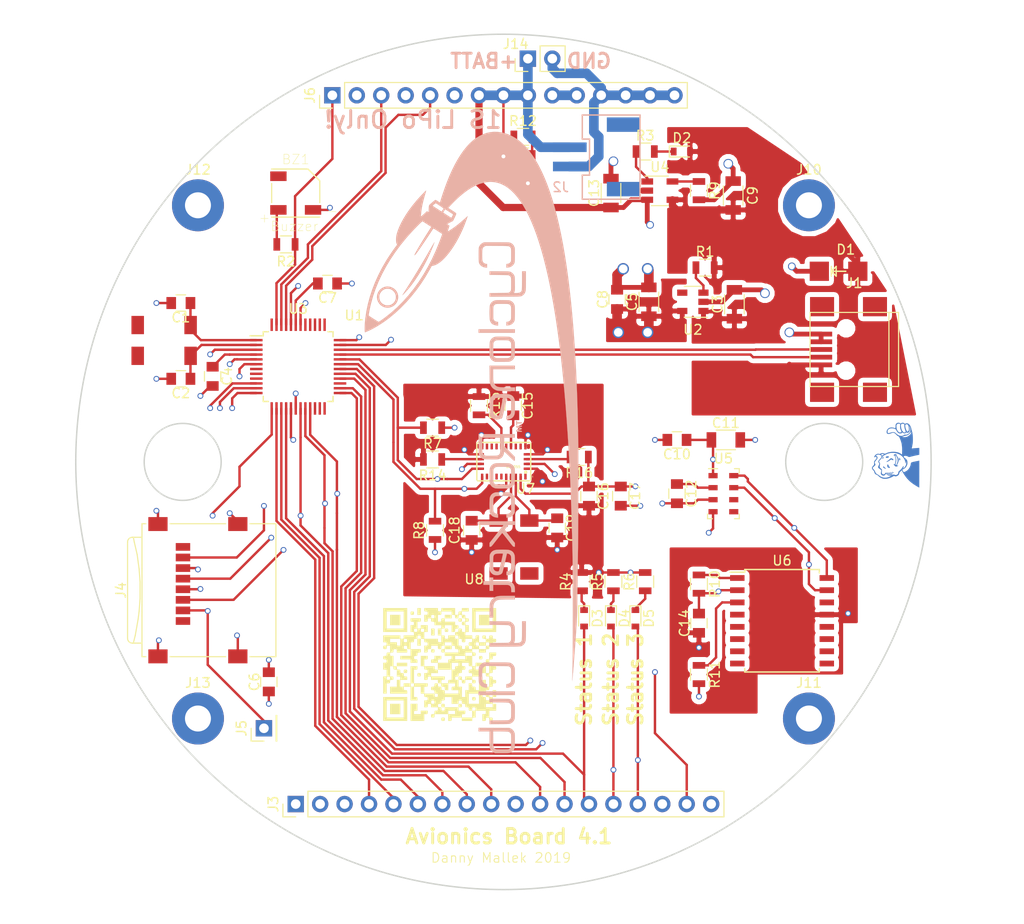
<source format=kicad_pcb>
(kicad_pcb (version 4) (host pcbnew 4.0.7)
  (layers (0 F.Cu signal) (1 Ground_Plane power) (2 Power_Plane mixed) (31 B.Cu signal) (34 B.Paste user) (35 F.Paste user) (36 B.SilkS user) (37 F.SilkS user) (38 B.Mask user) (39 F.Mask user) (44 Edge.Cuts user))
  (net 0 "")
  (net 1 "Net-(BZ1-Pad1)")
  (net 2 GND)
  (net 3 /OSC1)
  (net 4 /OSC2)
  (net 5 VBUS)
  (net 6 "Net-(C4-Pad1)")
  (net 7 +3V3)
  (net 8 "Net-(C7-Pad2)")
  (net 9 "Net-(C12-Pad1)")
  (net 10 +BATT)
  (net 11 "Net-(C15-Pad2)")
  (net 12 /BNO_OSC_OUT)
  (net 13 /BNO_OSC_IN)
  (net 14 "Net-(D2-Pad1)")
  (net 15 "Net-(D3-Pad1)")
  (net 16 /D12)
  (net 17 "Net-(D4-Pad1)")
  (net 18 /D6)
  (net 19 "Net-(D5-Pad1)")
  (net 20 /D7)
  (net 21 /USB_D-)
  (net 22 /USB_D+)
  (net 23 /A4)
  (net 24 /D8)
  (net 25 /D9)
  (net 26 /D3)
  (net 27 /D1)
  (net 28 /D0)
  (net 29 /MOSI)
  (net 30 /SCK)
  (net 31 /MISO)
  (net 32 /D11)
  (net 33 /D13)
  (net 34 /SDA)
  (net 35 /SCL)
  (net 36 "Net-(J4-Pad8)")
  (net 37 /D4)
  (net 38 "Net-(J4-Pad1)")
  (net 39 /A5)
  (net 40 /SWDIO)
  (net 41 /SWCLK)
  (net 42 "Net-(R1-Pad1)")
  (net 43 "Net-(R3-Pad1)")
  (net 44 "Net-(R9-Pad1)")
  (net 45 "Net-(R10-Pad1)")
  (net 46 "Net-(R11-Pad1)")
  (net 47 /A0)
  (net 48 "Net-(R14-Pad1)")
  (net 49 "Net-(R15-Pad2)")
  (net 50 "Net-(R16-Pad2)")
  (net 51 "Net-(U2-Pad4)")
  (net 52 /A1)
  (net 53 /A2)
  (net 54 /A3)
  (net 55 "Net-(U3-Pad22)")
  (net 56 /D2)
  (net 57 /D5)
  (net 58 /D10)
  (net 59 /TXD)
  (net 60 /RXD)
  (net 61 /TXLED)
  (net 62 /~RESET)
  (net 63 /USBHOSTEN)
  (net 64 /RXLED)
  (net 65 "Net-(U5-Pad6)")
  (net 66 "Net-(U5-Pad5)")
  (net 67 "Net-(U6-Pad4)")
  (net 68 "Net-(U6-Pad5)")
  (net 69 "Net-(U6-Pad6)")
  (net 70 "Net-(U6-Pad7)")
  (net 71 "Net-(U6-Pad8)")
  (net 72 "Net-(U6-Pad9)")
  (net 73 "Net-(U6-Pad10)")
  (net 74 "Net-(U6-Pad11)")
  (net 75 "Net-(U6-Pad12)")
  (net 76 "Net-(U6-Pad14)")
  (net 77 "Net-(U7-Pad1)")
  (net 78 "Net-(U7-Pad24)")
  (net 79 "Net-(U7-Pad23)")
  (net 80 "Net-(U7-Pad22)")
  (net 81 "Net-(U7-Pad21)")
  (net 82 "Net-(U7-Pad7)")
  (net 83 "Net-(U7-Pad8)")
  (net 84 "Net-(U7-Pad10)")
  (net 85 "Net-(U7-Pad12)")
  (net 86 "Net-(U7-Pad13)")
  (net 87 "Net-(U7-Pad14)")
  (module Resistors_SMD:R_0805 (layer F.Cu) (at 151.892 115.316 90)
    (fp_text reference R6 (at 0 -1.65 90) (layer F.SilkS))
    (fp_text value 470)
    (pad 1 smd rect (at -0.95 0 90) (size 0.7 1.3) (layers F.Cu F.Paste F.Mask) (net 19 "Net-(D5-Pad1)"))
    (pad 2 smd rect (at 0.95 0 90) (size 0.7 1.3) (layers F.Cu F.Paste F.Mask) (net 2 GND))
  )
  (module DannysLib:CUI_CMT-5023S-SMT (layer F.Cu) (at 115.57 74.93)
    (fp_text reference BZ1 (at 0 -3.5) (layer F.SilkS) (effects (font (size 1.00106 1.00106) (thickness 0.05))))
    (fp_text value Buzzer (at -0.12502 3.45544) (layer F.SilkS) (effects (font (size 1.00013 1.00013) (thickness 0.05))))
    (fp_text user + (at -3.24338 2.56267) (layer F.SilkS) (effects (font (thickness 0.05))))
    (fp_text user - (at 3.79702 1.84341) (layer F.SilkS) (effects (font (thickness 0.05))))
    (pad 1 smd rect (at -1.8 1.75) (size 1.7 1) (layers F.Cu F.Paste F.Mask) (net 1 "Net-(BZ1-Pad1)"))
    (pad 2 smd rect (at 1.8 1.75) (size 1.7 1) (layers F.Cu F.Paste F.Mask) (net 2 GND))
    (pad "" smd rect (at -1.8 -1.75) (size 1.7 1) (layers F.Cu F.Paste F.Mask))
  )
  (module Capacitors_SMD:C_0805 (layer F.Cu) (at 103.632 86.36 180)
    (fp_text reference C1 (at 0 -1.5 180) (layer F.SilkS))
    (fp_text value 22p)
    (pad 1 smd rect (at -1 0 180) (size 1 1.25) (layers F.Cu F.Paste F.Mask) (net 3 /OSC1))
    (pad 2 smd rect (at 1 0 180) (size 1 1.25) (layers F.Cu F.Paste F.Mask) (net 2 GND))
  )
  (module Capacitors_SMD:C_0805 (layer F.Cu) (at 103.632 94.234 180)
    (fp_text reference C2 (at 0 -1.5 180) (layer F.SilkS))
    (fp_text value 22p)
    (pad 1 smd rect (at -1 0 180) (size 1 1.25) (layers F.Cu F.Paste F.Mask) (net 4 /OSC2))
    (pad 2 smd rect (at 1 0 180) (size 1 1.25) (layers F.Cu F.Paste F.Mask) (net 2 GND))
  )
  (module Capacitors_SMD:C_1206 (layer F.Cu) (at 161.163 86.487 90)
    (fp_text reference C3 (at 0 -1.75 90) (layer F.SilkS))
    (fp_text value 10u)
    (pad 1 smd rect (at -1.5 0 90) (size 1 1.6) (layers F.Cu F.Paste F.Mask) (net 5 VBUS))
    (pad 2 smd rect (at 1.5 0 90) (size 1 1.6) (layers F.Cu F.Paste F.Mask) (net 2 GND))
  )
  (module Capacitors_SMD:C_0805 (layer F.Cu) (at 106.934 93.98 270)
    (fp_text reference C4 (at 0 -1.5 270) (layer F.SilkS))
    (fp_text value 1u)
    (pad 1 smd rect (at -1 0 270) (size 1 1.25) (layers F.Cu F.Paste F.Mask) (net 6 "Net-(C4-Pad1)"))
    (pad 2 smd rect (at 1 0 270) (size 1 1.25) (layers F.Cu F.Paste F.Mask) (net 2 GND))
  )
  (module Capacitors_SMD:C_1206 (layer F.Cu) (at 152.273 86.233 90)
    (fp_text reference C5 (at 0 -1.75 90) (layer F.SilkS))
    (fp_text value 10u)
    (pad 1 smd rect (at -1.5 0 90) (size 1 1.6) (layers F.Cu F.Paste F.Mask) (net 7 +3V3))
    (pad 2 smd rect (at 1.5 0 90) (size 1 1.6) (layers F.Cu F.Paste F.Mask) (net 2 GND))
  )
  (module Capacitors_SMD:C_0805 (layer F.Cu) (at 112.776 125.73 90)
    (fp_text reference C6 (at 0 -1.5 90) (layer F.SilkS))
    (fp_text value 1u)
    (pad 1 smd rect (at -1 0 90) (size 1 1.25) (layers F.Cu F.Paste F.Mask) (net 2 GND))
    (pad 2 smd rect (at 1 0 90) (size 1 1.25) (layers F.Cu F.Paste F.Mask) (net 7 +3V3))
  )
  (module Capacitors_SMD:C_0805 (layer F.Cu) (at 118.872 84.328 180)
    (fp_text reference C7 (at 0 -1.5 180) (layer F.SilkS))
    (fp_text value 1u)
    (pad 1 smd rect (at -1 0 180) (size 1 1.25) (layers F.Cu F.Paste F.Mask) (net 2 GND))
    (pad 2 smd rect (at 1 0 180) (size 1 1.25) (layers F.Cu F.Paste F.Mask) (net 8 "Net-(C7-Pad2)"))
  )
  (module Capacitors_SMD:C_0805 (layer F.Cu) (at 148.971 85.979 90)
    (fp_text reference C8 (at 0 -1.5 90) (layer F.SilkS))
    (fp_text value 1u)
    (pad 1 smd rect (at -1 0 90) (size 1 1.25) (layers F.Cu F.Paste F.Mask) (net 7 +3V3))
    (pad 2 smd rect (at 1 0 90) (size 1 1.25) (layers F.Cu F.Paste F.Mask) (net 2 GND))
  )
  (module Capacitors_SMD:C_1206 (layer F.Cu) (at 161.036 75.184 90)
    (fp_text reference C9 (at 0 2.032 90) (layer F.SilkS))
    (fp_text value 4.7u)
    (pad 1 smd rect (at -1.5 0 90) (size 1 1.6) (layers F.Cu F.Paste F.Mask) (net 5 VBUS))
    (pad 2 smd rect (at 1.5 0 90) (size 1 1.6) (layers F.Cu F.Paste F.Mask) (net 2 GND))
  )
  (module Capacitors_SMD:C_0805 (layer F.Cu) (at 155.194 100.584 180)
    (fp_text reference C10 (at 0 -1.5 180) (layer F.SilkS))
    (fp_text value 100n)
    (pad 1 smd rect (at -1 0 180) (size 1 1.25) (layers F.Cu F.Paste F.Mask) (net 7 +3V3))
    (pad 2 smd rect (at 1 0 180) (size 1 1.25) (layers F.Cu F.Paste F.Mask) (net 2 GND))
  )
  (module Capacitors_SMD:C_1206 (layer F.Cu) (at 160.274 100.584)
    (fp_text reference C11 (at 0 -1.75) (layer F.SilkS))
    (fp_text value 10u)
    (pad 1 smd rect (at -1.5 0) (size 1 1.6) (layers F.Cu F.Paste F.Mask) (net 7 +3V3))
    (pad 2 smd rect (at 1.5 0) (size 1 1.6) (layers F.Cu F.Paste F.Mask) (net 2 GND))
  )
  (module Capacitors_SMD:C_0805 (layer F.Cu) (at 155.194 106.172 270)
    (fp_text reference C12 (at 0 -1.5 270) (layer F.SilkS))
    (fp_text value 100n)
    (pad 1 smd rect (at -1 0 270) (size 1 1.25) (layers F.Cu F.Paste F.Mask) (net 9 "Net-(C12-Pad1)"))
    (pad 2 smd rect (at 1 0 270) (size 1 1.25) (layers F.Cu F.Paste F.Mask) (net 2 GND))
  )
  (module Capacitors_SMD:C_1206 (layer F.Cu) (at 148.336 74.93 90)
    (fp_text reference C13 (at 0 -1.75 90) (layer F.SilkS))
    (fp_text value 10u)
    (pad 1 smd rect (at -1.5 0 90) (size 1 1.6) (layers F.Cu F.Paste F.Mask) (net 10 +BATT))
    (pad 2 smd rect (at 1.5 0 90) (size 1 1.6) (layers F.Cu F.Paste F.Mask) (net 2 GND))
  )
  (module Capacitors_SMD:C_0805 (layer F.Cu) (at 157.48 119.634 90)
    (fp_text reference C14 (at 0 -1.5 90) (layer F.SilkS))
    (fp_text value C)
    (pad 1 smd rect (at -1 0 90) (size 1 1.25) (layers F.Cu F.Paste F.Mask) (net 2 GND))
    (pad 2 smd rect (at 1 0 90) (size 1 1.25) (layers F.Cu F.Paste F.Mask) (net 7 +3V3))
  )
  (module Capacitors_SMD:C_0805 (layer F.Cu) (at 138.176 97.028 270)
    (fp_text reference C15 (at 0 -1.5 270) (layer F.SilkS))
    (fp_text value 100n)
    (pad 1 smd rect (at -1 0 270) (size 1 1.25) (layers F.Cu F.Paste F.Mask) (net 2 GND))
    (pad 2 smd rect (at 1 0 270) (size 1 1.25) (layers F.Cu F.Paste F.Mask) (net 11 "Net-(C15-Pad2)"))
  )
  (module Capacitors_SMD:C_0805 (layer F.Cu) (at 146.05 106.426 270)
    (fp_text reference C16 (at 0 -1.5 270) (layer F.SilkS))
    (fp_text value 6.8n)
    (pad 1 smd rect (at -1 0 270) (size 1 1.25) (layers F.Cu F.Paste F.Mask) (net 7 +3V3))
    (pad 2 smd rect (at 1 0 270) (size 1 1.25) (layers F.Cu F.Paste F.Mask) (net 2 GND))
  )
  (module Capacitors_SMD:C_0805 (layer F.Cu) (at 149.352 106.426 270)
    (fp_text reference C17 (at 0 -1.5 270) (layer F.SilkS))
    (fp_text value 120n)
    (pad 1 smd rect (at -1 0 270) (size 1 1.25) (layers F.Cu F.Paste F.Mask) (net 7 +3V3))
    (pad 2 smd rect (at 1 0 270) (size 1 1.25) (layers F.Cu F.Paste F.Mask) (net 2 GND))
  )
  (module Capacitors_SMD:C_0805 (layer F.Cu) (at 133.858 109.982 270)
    (fp_text reference C18 (at 0 1.778 270) (layer F.SilkS))
    (fp_text value 22p)
    (pad 1 smd rect (at -1 0 270) (size 1 1.25) (layers F.Cu F.Paste F.Mask) (net 12 /BNO_OSC_OUT))
    (pad 2 smd rect (at 1 0 270) (size 1 1.25) (layers F.Cu F.Paste F.Mask) (net 2 GND))
  )
  (module Capacitors_SMD:C_0805 (layer F.Cu) (at 142.748 109.728 270)
    (fp_text reference C19 (at 0 -1.5 270) (layer F.SilkS))
    (fp_text value 22p)
    (pad 1 smd rect (at -1 0 270) (size 1 1.25) (layers F.Cu F.Paste F.Mask) (net 13 /BNO_OSC_IN))
    (pad 2 smd rect (at 1 0 270) (size 1 1.25) (layers F.Cu F.Paste F.Mask) (net 2 GND))
  )
  (module DannysLib:DO-214AC (layer F.Cu) (at 173.99 83.058 180)
    (fp_text reference D1 (at 1.25 2.25 180) (layer F.SilkS))
    (fp_text value MBRA140)
    (pad 1 smd rect (at 0 0 180) (size 2 2) (layers F.Cu F.Paste F.Mask) (net 5 VBUS))
    (pad 2 smd rect (at 4 0 180) (size 2 2) (layers F.Cu F.Paste F.Mask) (net 10 +BATT))
  )
  (module Diodes_SMD:D_0603 (layer F.Cu) (at 155.702 70.612)
    (fp_text reference D2 (at 0 -1.4) (layer F.SilkS))
    (fp_text value LED)
    (pad 1 smd rect (at -0.85 0) (size 0.6 0.8) (layers F.Cu F.Paste F.Mask) (net 14 "Net-(D2-Pad1)"))
    (pad 2 smd rect (at 0.85 0) (size 0.6 0.8) (layers F.Cu F.Paste F.Mask) (net 5 VBUS))
  )
  (module Diodes_SMD:D_0603 (layer F.Cu) (at 145.542 119.126 270)
    (fp_text reference D3 (at 0 -1.4 270) (layer F.SilkS))
    (fp_text value LED)
    (pad 1 smd rect (at -0.85 0 270) (size 0.6 0.8) (layers F.Cu F.Paste F.Mask) (net 15 "Net-(D3-Pad1)"))
    (pad 2 smd rect (at 0.85 0 270) (size 0.6 0.8) (layers F.Cu F.Paste F.Mask) (net 16 /D12))
  )
  (module Diodes_SMD:D_0603 (layer F.Cu) (at 148.336 119.126 270)
    (fp_text reference D4 (at 0 -1.4 270) (layer F.SilkS))
    (fp_text value LED)
    (pad 1 smd rect (at -0.85 0 270) (size 0.6 0.8) (layers F.Cu F.Paste F.Mask) (net 17 "Net-(D4-Pad1)"))
    (pad 2 smd rect (at 0.85 0 270) (size 0.6 0.8) (layers F.Cu F.Paste F.Mask) (net 18 /D6))
  )
  (module Diodes_SMD:D_0603 (layer F.Cu) (at 150.876 119.126 270)
    (fp_text reference D5 (at 0 -1.4 270) (layer F.SilkS))
    (fp_text value LED)
    (pad 1 smd rect (at -0.85 0 270) (size 0.6 0.8) (layers F.Cu F.Paste F.Mask) (net 19 "Net-(D5-Pad1)"))
    (pad 2 smd rect (at 0.85 0 270) (size 0.6 0.8) (layers F.Cu F.Paste F.Mask) (net 20 /D7))
  )
  (module Connectors:USB_Mini-B (layer F.Cu) (at 172.974 91.186 180)
    (fp_text reference J1 (at -0.65 6.9 180) (layer F.SilkS))
    (fp_text value USB_A)
    (pad 1 smd rect (at 2.8 -1.6 180) (size 2.3 0.5) (layers F.Cu F.Paste F.Mask) (net 5 VBUS))
    (pad 2 smd rect (at 2.8 -0.8 180) (size 2.3 0.5) (layers F.Cu F.Paste F.Mask) (net 21 /USB_D-))
    (pad 3 smd rect (at 2.8 0 180) (size 2.3 0.5) (layers F.Cu F.Paste F.Mask) (net 22 /USB_D+))
    (pad 4 smd rect (at 2.8 0.8 180) (size 2.3 0.5) (layers F.Cu F.Paste F.Mask) (net 2 GND))
    (pad 5 smd rect (at 2.8 1.6 180) (size 2.3 0.5) (layers F.Cu F.Paste F.Mask) (net 2 GND))
    (pad 6 smd rect (at 2.7 -4.45 180) (size 2.5 2) (layers F.Cu F.Paste F.Mask))
    (pad 6 smd rect (at -2.8 -4.45 180) (size 2.5 2) (layers F.Cu F.Paste F.Mask))
    (pad 6 smd rect (at 2.7 4.45 180) (size 2.5 2) (layers F.Cu F.Paste F.Mask))
    (pad 6 smd rect (at -2.8 4.45 180) (size 2.5 2) (layers F.Cu F.Paste F.Mask))
    (pad "" np_thru_hole circle (at 0.2 -2.2 180) (size 0.9 0.9) (drill 0.9) (layers *.Cu *.Mask))
    (pad "" np_thru_hole circle (at 0.2 2.2 180) (size 0.9 0.9) (drill 0.9) (layers *.Cu *.Mask))
  )
  (module DannysLib:JST-PH2 (layer B.Cu) (at 149.606 67.818 270)
    (fp_text reference J2 (at 6.5 6.5 540) (layer B.SilkS) (effects (justify mirror)))
    (fp_text value "1S LiPo")
    (pad "" smd rect (at 0 0 270) (size 1.5 3.4) (layers B.Cu B.Paste B.Mask))
    (pad 1 smd rect (at 2.35 5.55 270) (size 1 3.5) (layers B.Cu B.Paste B.Mask) (net 10 +BATT))
    (pad 2 smd rect (at 4.35 5.55 270) (size 1 3.5) (layers B.Cu B.Paste B.Mask) (net 2 GND))
    (pad "" smd rect (at 6.7 0 270) (size 1.5 3.4) (layers B.Cu B.Paste B.Mask))
  )
  (module Pin_Headers:Pin_Header_Straight_1x18_Pitch2.54mm (layer F.Cu) (at 115.57 138.43 90)
    (fp_text reference J3 (at 0 -2.33 90) (layer F.SilkS))
    (fp_text value BOTTOM_HEADER)
    (pad 1 thru_hole rect (at 0 0 90) (size 1.7 1.7) (drill 1) (layers *.Cu *.Mask) (net 23 /A4))
    (pad 2 thru_hole oval (at 0 2.54 90) (size 1.7 1.7) (drill 1) (layers *.Cu *.Mask) (net 24 /D8))
    (pad 3 thru_hole oval (at 0 5.08 90) (size 1.7 1.7) (drill 1) (layers *.Cu *.Mask) (net 25 /D9))
    (pad 4 thru_hole oval (at 0 7.62 90) (size 1.7 1.7) (drill 1) (layers *.Cu *.Mask) (net 26 /D3))
    (pad 5 thru_hole oval (at 0 10.16 90) (size 1.7 1.7) (drill 1) (layers *.Cu *.Mask) (net 27 /D1))
    (pad 6 thru_hole oval (at 0 12.7 90) (size 1.7 1.7) (drill 1) (layers *.Cu *.Mask) (net 28 /D0))
    (pad 7 thru_hole oval (at 0 15.24 90) (size 1.7 1.7) (drill 1) (layers *.Cu *.Mask) (net 29 /MOSI))
    (pad 8 thru_hole oval (at 0 17.78 90) (size 1.7 1.7) (drill 1) (layers *.Cu *.Mask) (net 30 /SCK))
    (pad 9 thru_hole oval (at 0 20.32 90) (size 1.7 1.7) (drill 1) (layers *.Cu *.Mask) (net 31 /MISO))
    (pad 10 thru_hole oval (at 0 22.86 90) (size 1.7 1.7) (drill 1) (layers *.Cu *.Mask) (net 2 GND))
    (pad 11 thru_hole oval (at 0 25.4 90) (size 1.7 1.7) (drill 1) (layers *.Cu *.Mask) (net 32 /D11))
    (pad 12 thru_hole oval (at 0 27.94 90) (size 1.7 1.7) (drill 1) (layers *.Cu *.Mask) (net 33 /D13))
    (pad 13 thru_hole oval (at 0 30.48 90) (size 1.7 1.7) (drill 1) (layers *.Cu *.Mask) (net 16 /D12))
    (pad 14 thru_hole oval (at 0 33.02 90) (size 1.7 1.7) (drill 1) (layers *.Cu *.Mask) (net 18 /D6))
    (pad 15 thru_hole oval (at 0 35.56 90) (size 1.7 1.7) (drill 1) (layers *.Cu *.Mask) (net 20 /D7))
    (pad 16 thru_hole oval (at 0 38.1 90) (size 1.7 1.7) (drill 1) (layers *.Cu *.Mask) (net 34 /SDA))
    (pad 17 thru_hole oval (at 0 40.64 90) (size 1.7 1.7) (drill 1) (layers *.Cu *.Mask) (net 35 /SCL))
    (pad 18 thru_hole oval (at 0 43.18 90) (size 1.7 1.7) (drill 1) (layers *.Cu *.Mask) (net 2 GND))
  )
  (module Connectors:microSD_Card_Receptacle_Wuerth_693072010801 (layer F.Cu) (at 106.553 116.205 90)
    (fp_text reference J4 (at 0 -9.14 90) (layer F.SilkS))
    (fp_text value Micro_SD_Card)
    (pad 9 smd rect (at 6.875 -5.3 90) (size 1.45 2) (layers F.Cu F.Paste F.Mask) (net 2 GND))
    (pad 9 smd rect (at -6.875 -5.3 90) (size 1.45 2) (layers F.Cu F.Paste F.Mask) (net 2 GND))
    (pad 9 smd rect (at -6.875 3 90) (size 1.45 2) (layers F.Cu F.Paste F.Mask) (net 2 GND))
    (pad 9 smd rect (at 6.875 3 90) (size 1.45 2) (layers F.Cu F.Paste F.Mask) (net 2 GND))
    (pad 8 smd rect (at 4.5 -2.7 90) (size 0.8 1.5) (layers F.Cu F.Paste F.Mask) (net 36 "Net-(J4-Pad8)"))
    (pad 7 smd rect (at 3.4 -2.7 90) (size 0.8 1.5) (layers F.Cu F.Paste F.Mask) (net 31 /MISO))
    (pad 6 smd rect (at 2.3 -2.7 90) (size 0.8 1.5) (layers F.Cu F.Paste F.Mask) (net 2 GND))
    (pad 5 smd rect (at 1.2 -2.7 90) (size 0.8 1.5) (layers F.Cu F.Paste F.Mask) (net 30 /SCK))
    (pad 4 smd rect (at 0.1 -2.7 90) (size 0.8 1.5) (layers F.Cu F.Paste F.Mask) (net 7 +3V3))
    (pad 3 smd rect (at -1 -2.7 90) (size 0.8 1.5) (layers F.Cu F.Paste F.Mask) (net 29 /MOSI))
    (pad 2 smd rect (at -2.1 -2.7 90) (size 0.8 1.5) (layers F.Cu F.Paste F.Mask) (net 37 /D4))
    (pad 1 smd rect (at -3.2 -2.7 90) (size 0.8 1.5) (layers F.Cu F.Paste F.Mask) (net 38 "Net-(J4-Pad1)"))
  )
  (module Pin_Headers:Pin_Header_Straight_1x01_Pitch2.54mm (layer F.Cu) (at 112.268 130.556 90)
    (fp_text reference J5 (at 0 -2.33 90) (layer F.SilkS))
    (fp_text value SD_CS)
    (pad 1 thru_hole rect (at 0 0 90) (size 1.7 1.7) (drill 1) (layers *.Cu *.Mask) (net 37 /D4))
  )
  (module Pin_Headers:Pin_Header_Straight_1x15_Pitch2.54mm (layer F.Cu) (at 119.38 64.77 90)
    (fp_text reference J6 (at 0 -2.33 90) (layer F.SilkS))
    (fp_text value TOP_HEADER)
    (pad 1 thru_hole rect (at 0 0 90) (size 1.7 1.7) (drill 1) (layers *.Cu *.Mask) (net 39 /A5))
    (pad 2 thru_hole oval (at 0 2.54 90) (size 1.7 1.7) (drill 1) (layers *.Cu *.Mask) (net 2 GND))
    (pad 3 thru_hole oval (at 0 5.08 90) (size 1.7 1.7) (drill 1) (layers *.Cu *.Mask) (net 40 /SWDIO))
    (pad 4 thru_hole oval (at 0 7.62 90) (size 1.7 1.7) (drill 1) (layers *.Cu *.Mask) (net 2 GND))
    (pad 5 thru_hole oval (at 0 10.16 90) (size 1.7 1.7) (drill 1) (layers *.Cu *.Mask) (net 41 /SWCLK))
    (pad 6 thru_hole oval (at 0 12.7 90) (size 1.7 1.7) (drill 1) (layers *.Cu *.Mask) (net 2 GND))
    (pad 7 thru_hole oval (at 0 15.24 90) (size 1.7 1.7) (drill 1) (layers *.Cu *.Mask) (net 10 +BATT))
    (pad 8 thru_hole oval (at 0 17.78 90) (size 1.7 1.7) (drill 1) (layers *.Cu *.Mask) (net 10 +BATT))
    (pad 9 thru_hole oval (at 0 20.32 90) (size 1.7 1.7) (drill 1) (layers *.Cu *.Mask) (net 10 +BATT))
    (pad 10 thru_hole oval (at 0 22.86 90) (size 1.7 1.7) (drill 1) (layers *.Cu *.Mask) (net 7 +3V3))
    (pad 11 thru_hole oval (at 0 25.4 90) (size 1.7 1.7) (drill 1) (layers *.Cu *.Mask) (net 7 +3V3))
    (pad 12 thru_hole oval (at 0 27.94 90) (size 1.7 1.7) (drill 1) (layers *.Cu *.Mask) (net 2 GND))
    (pad 13 thru_hole oval (at 0 30.48 90) (size 1.7 1.7) (drill 1) (layers *.Cu *.Mask) (net 2 GND))
    (pad 14 thru_hole oval (at 0 33.02 90) (size 1.7 1.7) (drill 1) (layers *.Cu *.Mask) (net 2 GND))
    (pad 15 thru_hole oval (at 0 35.56 90) (size 1.7 1.7) (drill 1) (layers *.Cu *.Mask) (net 2 GND))
  )
  (module Mounting_Holes:MountingHole_2.7mm_M2.5_Pad (layer F.Cu) (at 168.91 76.2)
    (fp_text reference J10 (at 0 -3.7) (layer F.SilkS))
    (fp_text value CHASSIS_GND)
    (pad 1 thru_hole circle (at 0 0) (size 5.4 5.4) (drill 2.7) (layers *.Cu *.Mask) (net 2 GND))
  )
  (module Mounting_Holes:MountingHole_2.7mm_M2.5_Pad (layer F.Cu) (at 168.91 129.54)
    (fp_text reference J11 (at 0 -3.7) (layer F.SilkS))
    (fp_text value CHASSIS_GND)
    (pad 1 thru_hole circle (at 0 0) (size 5.4 5.4) (drill 2.7) (layers *.Cu *.Mask) (net 2 GND))
  )
  (module Mounting_Holes:MountingHole_2.7mm_M2.5_Pad (layer F.Cu) (at 105.41 76.2)
    (fp_text reference J12 (at 0 -3.7) (layer F.SilkS))
    (fp_text value CHASSIS_GND)
    (pad 1 thru_hole circle (at 0 0) (size 5.4 5.4) (drill 2.7) (layers *.Cu *.Mask) (net 2 GND))
  )
  (module Mounting_Holes:MountingHole_2.7mm_M2.5_Pad (layer F.Cu) (at 105.41 129.54)
    (fp_text reference J13 (at 0 -3.7) (layer F.SilkS))
    (fp_text value CHASSIS_GND)
    (pad 1 thru_hole circle (at 0 0) (size 5.4 5.4) (drill 2.7) (layers *.Cu *.Mask) (net 2 GND))
  )
  (module Pin_Headers:Pin_Header_Straight_1x02_Pitch2.54mm (layer F.Cu) (at 139.7 60.96 90)
    (fp_text reference J14 (at 1.524 -1.27 180) (layer F.SilkS))
    (fp_text value "1S LiPo")
    (pad 1 thru_hole rect (at 0 0 90) (size 1.7 1.7) (drill 1) (layers *.Cu *.Mask) (net 10 +BATT))
    (pad 2 thru_hole oval (at 0 2.54 90) (size 1.7 1.7) (drill 1) (layers *.Cu *.Mask) (net 2 GND))
  )
  (module Resistors_SMD:R_0805 (layer F.Cu) (at 158.115 82.677)
    (fp_text reference R1 (at 0 -1.65) (layer F.SilkS))
    (fp_text value 10k)
    (pad 1 smd rect (at -0.95 0) (size 0.7 1.3) (layers F.Cu F.Paste F.Mask) (net 42 "Net-(R1-Pad1)"))
    (pad 2 smd rect (at 0.95 0) (size 0.7 1.3) (layers F.Cu F.Paste F.Mask) (net 5 VBUS))
  )
  (module Resistors_SMD:R_0805 (layer F.Cu) (at 114.554 80.264)
    (fp_text reference R2 (at 0 1.778) (layer F.SilkS))
    (fp_text value 330)
    (pad 1 smd rect (at -0.95 0) (size 0.7 1.3) (layers F.Cu F.Paste F.Mask) (net 1 "Net-(BZ1-Pad1)"))
    (pad 2 smd rect (at 0.95 0) (size 0.7 1.3) (layers F.Cu F.Paste F.Mask) (net 39 /A5))
  )
  (module Resistors_SMD:R_0805 (layer F.Cu) (at 151.892 70.612)
    (fp_text reference R3 (at 0 -1.65) (layer F.SilkS))
    (fp_text value 330)
    (pad 1 smd rect (at -0.95 0) (size 0.7 1.3) (layers F.Cu F.Paste F.Mask) (net 43 "Net-(R3-Pad1)"))
    (pad 2 smd rect (at 0.95 0) (size 0.7 1.3) (layers F.Cu F.Paste F.Mask) (net 14 "Net-(D2-Pad1)"))
  )
  (module Resistors_SMD:R_0805 (layer F.Cu) (at 145.288 115.316 90)
    (fp_text reference R4 (at 0 -1.65 90) (layer F.SilkS))
    (fp_text value 470)
    (pad 1 smd rect (at -0.95 0 90) (size 0.7 1.3) (layers F.Cu F.Paste F.Mask) (net 15 "Net-(D3-Pad1)"))
    (pad 2 smd rect (at 0.95 0 90) (size 0.7 1.3) (layers F.Cu F.Paste F.Mask) (net 2 GND))
  )
  (module Resistors_SMD:R_0805 (layer F.Cu) (at 148.59 115.316 90)
    (fp_text reference R5 (at 0 -1.65 90) (layer F.SilkS))
    (fp_text value 470)
    (pad 1 smd rect (at -0.95 0 90) (size 0.7 1.3) (layers F.Cu F.Paste F.Mask) (net 17 "Net-(D4-Pad1)"))
    (pad 2 smd rect (at 0.95 0 90) (size 0.7 1.3) (layers F.Cu F.Paste F.Mask) (net 2 GND))
  )
  (module Resistors_SMD:R_0805 (layer F.Cu) (at 129.794 99.314 180)
    (fp_text reference R7 (at 0 -1.65 180) (layer F.SilkS))
    (fp_text value 2k)
    (pad 1 smd rect (at -0.95 0 180) (size 0.7 1.3) (layers F.Cu F.Paste F.Mask) (net 7 +3V3))
    (pad 2 smd rect (at 0.95 0 180) (size 0.7 1.3) (layers F.Cu F.Paste F.Mask) (net 35 /SCL))
  )
  (module Resistors_SMD:R_0805 (layer F.Cu) (at 130.048 109.982 90)
    (fp_text reference R8 (at 0 -1.65 90) (layer F.SilkS))
    (fp_text value 2k)
    (pad 1 smd rect (at -0.95 0 90) (size 0.7 1.3) (layers F.Cu F.Paste F.Mask) (net 7 +3V3))
    (pad 2 smd rect (at 0.95 0 90) (size 0.7 1.3) (layers F.Cu F.Paste F.Mask) (net 34 /SDA))
  )
  (module Resistors_SMD:R_0805 (layer F.Cu) (at 157.48 74.676 270)
    (fp_text reference R9 (at 0 -1.65 270) (layer F.SilkS))
    (fp_text value 2k)
    (pad 1 smd rect (at -0.95 0 270) (size 0.7 1.3) (layers F.Cu F.Paste F.Mask) (net 44 "Net-(R9-Pad1)"))
    (pad 2 smd rect (at 0.95 0 270) (size 0.7 1.3) (layers F.Cu F.Paste F.Mask) (net 2 GND))
  )
  (module Resistors_SMD:R_0805 (layer F.Cu) (at 157.48 115.57 270)
    (fp_text reference R10 (at 0 -1.65 270) (layer F.SilkS))
    (fp_text value 10k)
    (pad 1 smd rect (at -0.95 0 270) (size 0.7 1.3) (layers F.Cu F.Paste F.Mask) (net 45 "Net-(R10-Pad1)"))
    (pad 2 smd rect (at 0.95 0 270) (size 0.7 1.3) (layers F.Cu F.Paste F.Mask) (net 7 +3V3))
  )
  (module Resistors_SMD:R_0805 (layer F.Cu) (at 157.48 124.968 270)
    (fp_text reference R11 (at 0 -1.65 270) (layer F.SilkS))
    (fp_text value 10k)
    (pad 1 smd rect (at -0.95 0 270) (size 0.7 1.3) (layers F.Cu F.Paste F.Mask) (net 46 "Net-(R11-Pad1)"))
    (pad 2 smd rect (at 0.95 0 270) (size 0.7 1.3) (layers F.Cu F.Paste F.Mask) (net 7 +3V3))
  )
  (module Resistors_SMD:R_0805 (layer F.Cu) (at 139.192 69.088)
    (fp_text reference R12 (at 0 -1.65) (layer F.SilkS))
    (fp_text value 10k)
    (pad 1 smd rect (at -0.95 0) (size 0.7 1.3) (layers F.Cu F.Paste F.Mask) (net 10 +BATT))
    (pad 2 smd rect (at 0.95 0) (size 0.7 1.3) (layers F.Cu F.Paste F.Mask) (net 47 /A0))
  )
  (module Resistors_SMD:R_0805 (layer F.Cu) (at 139.192 71.12 180)
    (fp_text reference R13 (at 0 -1.65 180) (layer F.SilkS))
    (fp_text value 10k)
    (pad 1 smd rect (at -0.95 0 180) (size 0.7 1.3) (layers F.Cu F.Paste F.Mask) (net 47 /A0))
    (pad 2 smd rect (at 0.95 0 180) (size 0.7 1.3) (layers F.Cu F.Paste F.Mask) (net 2 GND))
  )
  (module Resistors_SMD:R_0805 (layer F.Cu) (at 129.794 102.616 180)
    (fp_text reference R14 (at 0 -1.65 180) (layer F.SilkS))
    (fp_text value 10k)
    (pad 1 smd rect (at -0.95 0 180) (size 0.7 1.3) (layers F.Cu F.Paste F.Mask) (net 48 "Net-(R14-Pad1)"))
    (pad 2 smd rect (at 0.95 0 180) (size 0.7 1.3) (layers F.Cu F.Paste F.Mask) (net 2 GND))
  )
  (module Resistors_SMD:R_0805 (layer F.Cu) (at 134.62 97.028 270)
    (fp_text reference R15 (at 0 -1.65 270) (layer F.SilkS))
    (fp_text value 10k)
    (pad 1 smd rect (at -0.95 0 270) (size 0.7 1.3) (layers F.Cu F.Paste F.Mask) (net 2 GND))
    (pad 2 smd rect (at 0.95 0 270) (size 0.7 1.3) (layers F.Cu F.Paste F.Mask) (net 49 "Net-(R15-Pad2)"))
  )
  (module Resistors_SMD:R_0805 (layer F.Cu) (at 145.034 102.362 180)
    (fp_text reference R16 (at 0 -1.65 180) (layer F.SilkS))
    (fp_text value 10k)
    (pad 1 smd rect (at -0.95 0 180) (size 0.7 1.3) (layers F.Cu F.Paste F.Mask) (net 7 +3V3))
    (pad 2 smd rect (at 0.95 0 180) (size 0.7 1.3) (layers F.Cu F.Paste F.Mask) (net 50 "Net-(R16-Pad2)"))
  )
  (module DannysLib:XC1195CT-ND (layer F.Cu) (at 104.648 88.646 180)
    (fp_text reference U1 (at -17 1 180) (layer F.SilkS))
    (fp_text value ECS-.327-12.5-17X-TR)
    (pad 1 smd rect (at 0 0 180) (size 1.3 1.9) (layers F.Cu F.Paste F.Mask) (net 3 /OSC1))
    (pad 2 smd rect (at 5.5 0 180) (size 1.3 1.9) (layers F.Cu F.Paste F.Mask))
    (pad 3 smd rect (at 5.5 -3.2 180) (size 1.3 1.9) (layers F.Cu F.Paste F.Mask))
    (pad 4 smd rect (at 0 -3.2 180) (size 1.3 1.9) (layers F.Cu F.Paste F.Mask) (net 4 /OSC2))
  )
  (module TO_SOT_Packages_SMD:SOT-23-5 (layer F.Cu) (at 156.845 86.233 180)
    (fp_text reference U2 (at 0 -2.9 180) (layer F.SilkS))
    (fp_text value SPX3819M5-L-3-3)
    (pad 1 smd rect (at -1.1 -0.95 180) (size 1.06 0.65) (layers F.Cu F.Paste F.Mask) (net 5 VBUS))
    (pad 2 smd rect (at -1.1 0 180) (size 1.06 0.65) (layers F.Cu F.Paste F.Mask) (net 2 GND))
    (pad 3 smd rect (at -1.1 0.95 180) (size 1.06 0.65) (layers F.Cu F.Paste F.Mask) (net 42 "Net-(R1-Pad1)"))
    (pad 4 smd rect (at 1.1 0.95 180) (size 1.06 0.65) (layers F.Cu F.Paste F.Mask) (net 51 "Net-(U2-Pad4)"))
    (pad 5 smd rect (at 1.1 -0.95 180) (size 1.06 0.65) (layers F.Cu F.Paste F.Mask) (net 7 +3V3))
  )
  (module Housings_QFP:TQFP-48_7x7mm_Pitch0.5mm (layer F.Cu) (at 115.824 92.964)
    (fp_text reference U3 (at 0 -6) (layer F.SilkS))
    (fp_text value ATSAMD21G18)
    (pad 1 smd rect (at -4.35 -2.75) (size 1.3 0.25) (layers F.Cu F.Paste F.Mask) (net 3 /OSC1))
    (pad 2 smd rect (at -4.35 -2.25) (size 1.3 0.25) (layers F.Cu F.Paste F.Mask) (net 4 /OSC2))
    (pad 3 smd rect (at -4.35 -1.75) (size 1.3 0.25) (layers F.Cu F.Paste F.Mask) (net 47 /A0))
    (pad 4 smd rect (at -4.35 -1.25) (size 1.3 0.25) (layers F.Cu F.Paste F.Mask) (net 6 "Net-(C4-Pad1)"))
    (pad 5 smd rect (at -4.35 -0.75) (size 1.3 0.25) (layers F.Cu F.Paste F.Mask) (net 2 GND))
    (pad 6 smd rect (at -4.35 -0.25) (size 1.3 0.25) (layers F.Cu F.Paste F.Mask) (net 7 +3V3))
    (pad 7 smd rect (at -4.35 0.25) (size 1.3 0.25) (layers F.Cu F.Paste F.Mask) (net 52 /A1))
    (pad 8 smd rect (at -4.35 0.75) (size 1.3 0.25) (layers F.Cu F.Paste F.Mask) (net 53 /A2))
    (pad 9 smd rect (at -4.35 1.25) (size 1.3 0.25) (layers F.Cu F.Paste F.Mask) (net 54 /A3))
    (pad 10 smd rect (at -4.35 1.75) (size 1.3 0.25) (layers F.Cu F.Paste F.Mask) (net 23 /A4))
    (pad 11 smd rect (at -4.35 2.25) (size 1.3 0.25) (layers F.Cu F.Paste F.Mask) (net 24 /D8))
    (pad 12 smd rect (at -4.35 2.75) (size 1.3 0.25) (layers F.Cu F.Paste F.Mask) (net 25 /D9))
    (pad 13 smd rect (at -2.75 4.35 90) (size 1.3 0.25) (layers F.Cu F.Paste F.Mask) (net 37 /D4))
    (pad 14 smd rect (at -2.25 4.35 90) (size 1.3 0.25) (layers F.Cu F.Paste F.Mask) (net 26 /D3))
    (pad 15 smd rect (at -1.75 4.35 90) (size 1.3 0.25) (layers F.Cu F.Paste F.Mask) (net 27 /D1))
    (pad 16 smd rect (at -1.25 4.35 90) (size 1.3 0.25) (layers F.Cu F.Paste F.Mask) (net 28 /D0))
    (pad 17 smd rect (at -0.75 4.35 90) (size 1.3 0.25) (layers F.Cu F.Paste F.Mask) (net 7 +3V3))
    (pad 18 smd rect (at -0.25 4.35 90) (size 1.3 0.25) (layers F.Cu F.Paste F.Mask) (net 2 GND))
    (pad 19 smd rect (at 0.25 4.35 90) (size 1.3 0.25) (layers F.Cu F.Paste F.Mask) (net 29 /MOSI))
    (pad 20 smd rect (at 0.75 4.35 90) (size 1.3 0.25) (layers F.Cu F.Paste F.Mask) (net 30 /SCK))
    (pad 21 smd rect (at 1.25 4.35 90) (size 1.3 0.25) (layers F.Cu F.Paste F.Mask) (net 31 /MISO))
    (pad 22 smd rect (at 1.75 4.35 90) (size 1.3 0.25) (layers F.Cu F.Paste F.Mask) (net 55 "Net-(U3-Pad22)"))
    (pad 23 smd rect (at 2.25 4.35 90) (size 1.3 0.25) (layers F.Cu F.Paste F.Mask) (net 56 /D2))
    (pad 24 smd rect (at 2.75 4.35 90) (size 1.3 0.25) (layers F.Cu F.Paste F.Mask) (net 57 /D5))
    (pad 25 smd rect (at 4.35 2.75) (size 1.3 0.25) (layers F.Cu F.Paste F.Mask) (net 32 /D11))
    (pad 26 smd rect (at 4.35 2.25) (size 1.3 0.25) (layers F.Cu F.Paste F.Mask) (net 33 /D13))
    (pad 27 smd rect (at 4.35 1.75) (size 1.3 0.25) (layers F.Cu F.Paste F.Mask) (net 58 /D10))
    (pad 28 smd rect (at 4.35 1.25) (size 1.3 0.25) (layers F.Cu F.Paste F.Mask) (net 16 /D12))
    (pad 29 smd rect (at 4.35 0.75) (size 1.3 0.25) (layers F.Cu F.Paste F.Mask) (net 18 /D6))
    (pad 30 smd rect (at 4.35 0.25) (size 1.3 0.25) (layers F.Cu F.Paste F.Mask) (net 20 /D7))
    (pad 31 smd rect (at 4.35 -0.25) (size 1.3 0.25) (layers F.Cu F.Paste F.Mask) (net 34 /SDA))
    (pad 32 smd rect (at 4.35 -0.75) (size 1.3 0.25) (layers F.Cu F.Paste F.Mask) (net 35 /SCL))
    (pad 33 smd rect (at 4.35 -1.25) (size 1.3 0.25) (layers F.Cu F.Paste F.Mask) (net 21 /USB_D-))
    (pad 34 smd rect (at 4.35 -1.75) (size 1.3 0.25) (layers F.Cu F.Paste F.Mask) (net 22 /USB_D+))
    (pad 35 smd rect (at 4.35 -2.25) (size 1.3 0.25) (layers F.Cu F.Paste F.Mask) (net 2 GND))
    (pad 36 smd rect (at 4.35 -2.75) (size 1.3 0.25) (layers F.Cu F.Paste F.Mask) (net 7 +3V3))
    (pad 37 smd rect (at 2.75 -4.35 90) (size 1.3 0.25) (layers F.Cu F.Paste F.Mask) (net 59 /TXD))
    (pad 38 smd rect (at 2.25 -4.35 90) (size 1.3 0.25) (layers F.Cu F.Paste F.Mask) (net 60 /RXD))
    (pad 39 smd rect (at 1.75 -4.35 90) (size 1.3 0.25) (layers F.Cu F.Paste F.Mask) (net 61 /TXLED))
    (pad 40 smd rect (at 1.25 -4.35 90) (size 1.3 0.25) (layers F.Cu F.Paste F.Mask) (net 62 /~RESET))
    (pad 41 smd rect (at 0.75 -4.35 90) (size 1.3 0.25) (layers F.Cu F.Paste F.Mask) (net 63 /USBHOSTEN))
    (pad 42 smd rect (at 0.25 -4.35 90) (size 1.3 0.25) (layers F.Cu F.Paste F.Mask) (net 2 GND))
    (pad 43 smd rect (at -0.25 -4.35 90) (size 1.3 0.25) (layers F.Cu F.Paste F.Mask) (net 8 "Net-(C7-Pad2)"))
    (pad 44 smd rect (at -0.75 -4.35 90) (size 1.3 0.25) (layers F.Cu F.Paste F.Mask) (net 7 +3V3))
    (pad 45 smd rect (at -1.25 -4.35 90) (size 1.3 0.25) (layers F.Cu F.Paste F.Mask) (net 41 /SWCLK))
    (pad 46 smd rect (at -1.75 -4.35 90) (size 1.3 0.25) (layers F.Cu F.Paste F.Mask) (net 40 /SWDIO))
    (pad 47 smd rect (at -2.25 -4.35 90) (size 1.3 0.25) (layers F.Cu F.Paste F.Mask) (net 39 /A5))
    (pad 48 smd rect (at -2.75 -4.35 90) (size 1.3 0.25) (layers F.Cu F.Paste F.Mask) (net 64 /RXLED))
  )
  (module TO_SOT_Packages_SMD:TSOT-23-5 (layer F.Cu) (at 153.416 74.676)
    (fp_text reference U4 (at 0 -2.45) (layer F.SilkS))
    (fp_text value MCP73831)
    (pad 1 smd rect (at -1.31 -0.95) (size 1.22 0.65) (layers F.Cu F.Paste F.Mask) (net 43 "Net-(R3-Pad1)"))
    (pad 2 smd rect (at -1.31 0) (size 1.22 0.65) (layers F.Cu F.Paste F.Mask) (net 2 GND))
    (pad 3 smd rect (at -1.31 0.95) (size 1.22 0.65) (layers F.Cu F.Paste F.Mask) (net 10 +BATT))
    (pad 4 smd rect (at 1.31 0.95) (size 1.22 0.65) (layers F.Cu F.Paste F.Mask) (net 5 VBUS))
    (pad 5 smd rect (at 1.31 -0.95) (size 1.22 0.65) (layers F.Cu F.Paste F.Mask) (net 44 "Net-(R9-Pad1)"))
  )
  (module DannysLib:MPL3115A2 (layer F.Cu) (at 160.02 106.172)
    (fp_text reference U5 (at 0 -3.65) (layer F.SilkS))
    (fp_text value MPL3115A2)
    (pad 4 smd rect (at -1.075 1.875) (size 0.95 0.55) (layers F.Cu F.Paste F.Mask) (net 7 +3V3))
    (pad 1 smd rect (at -1.075 -1.875) (size 0.95 0.55) (layers F.Cu F.Paste F.Mask) (net 7 +3V3))
    (pad 2 smd rect (at -1.075 -0.625) (size 0.95 0.55) (layers F.Cu F.Paste F.Mask) (net 9 "Net-(C12-Pad1)"))
    (pad 3 smd rect (at -1.075 0.625) (size 0.95 0.55) (layers F.Cu F.Paste F.Mask) (net 2 GND))
    (pad 8 smd rect (at 1.075 -1.875) (size 0.95 0.55) (layers F.Cu F.Paste F.Mask) (net 35 /SCL))
    (pad 7 smd rect (at 1.075 -0.625) (size 0.95 0.55) (layers F.Cu F.Paste F.Mask) (net 34 /SDA))
    (pad 6 smd rect (at 1.075 0.625) (size 0.95 0.55) (layers F.Cu F.Paste F.Mask) (net 65 "Net-(U5-Pad6)"))
    (pad 5 smd rect (at 1.075 1.875) (size 0.95 0.55) (layers F.Cu F.Paste F.Mask) (net 66 "Net-(U5-Pad5)"))
  )
  (module Housings_SOIC:SOIC-16W_7.5x10.3mm_Pitch1.27mm (layer F.Cu) (at 166.116 119.38)
    (fp_text reference U6 (at 0 -6.25) (layer F.SilkS))
    (fp_text value DS3231-SO16)
    (pad 1 smd rect (at -4.65 -4.445) (size 1.5 0.6) (layers F.Cu F.Paste F.Mask) (net 45 "Net-(R10-Pad1)"))
    (pad 2 smd rect (at -4.65 -3.175) (size 1.5 0.6) (layers F.Cu F.Paste F.Mask) (net 7 +3V3))
    (pad 3 smd rect (at -4.65 -1.905) (size 1.5 0.6) (layers F.Cu F.Paste F.Mask) (net 46 "Net-(R11-Pad1)"))
    (pad 4 smd rect (at -4.65 -0.635) (size 1.5 0.6) (layers F.Cu F.Paste F.Mask) (net 67 "Net-(U6-Pad4)"))
    (pad 5 smd rect (at -4.65 0.635) (size 1.5 0.6) (layers F.Cu F.Paste F.Mask) (net 68 "Net-(U6-Pad5)"))
    (pad 6 smd rect (at -4.65 1.905) (size 1.5 0.6) (layers F.Cu F.Paste F.Mask) (net 69 "Net-(U6-Pad6)"))
    (pad 7 smd rect (at -4.65 3.175) (size 1.5 0.6) (layers F.Cu F.Paste F.Mask) (net 70 "Net-(U6-Pad7)"))
    (pad 8 smd rect (at -4.65 4.445) (size 1.5 0.6) (layers F.Cu F.Paste F.Mask) (net 71 "Net-(U6-Pad8)"))
    (pad 9 smd rect (at 4.65 4.445) (size 1.5 0.6) (layers F.Cu F.Paste F.Mask) (net 72 "Net-(U6-Pad9)"))
    (pad 10 smd rect (at 4.65 3.175) (size 1.5 0.6) (layers F.Cu F.Paste F.Mask) (net 73 "Net-(U6-Pad10)"))
    (pad 11 smd rect (at 4.65 1.905) (size 1.5 0.6) (layers F.Cu F.Paste F.Mask) (net 74 "Net-(U6-Pad11)"))
    (pad 12 smd rect (at 4.65 0.635) (size 1.5 0.6) (layers F.Cu F.Paste F.Mask) (net 75 "Net-(U6-Pad12)"))
    (pad 13 smd rect (at 4.65 -0.635) (size 1.5 0.6) (layers F.Cu F.Paste F.Mask) (net 2 GND))
    (pad 14 smd rect (at 4.65 -1.905) (size 1.5 0.6) (layers F.Cu F.Paste F.Mask) (net 76 "Net-(U6-Pad14)"))
    (pad 15 smd rect (at 4.65 -3.175) (size 1.5 0.6) (layers F.Cu F.Paste F.Mask) (net 34 /SDA))
    (pad 16 smd rect (at 4.65 -4.445) (size 1.5 0.6) (layers F.Cu F.Paste F.Mask) (net 35 /SCL))
  )
  (module DannysLib:BNO055-LGA (layer F.Cu) (at 139.446 104.394 180)
    (fp_text reference U7 (at 0 -1.27 180) (layer F.SilkS))
    (fp_text value BNO055)
    (fp_text user 1 (at -0.75 0 180) (layer F.SilkS) (effects (font (size 0.127 0.127) (thickness 0.03175))))
    (fp_text user BNO055 (at 1.27 1.016 180) (layer F.SilkS) (effects (font (size 0.25 0.25) (thickness 0.05))))
    (pad 1 smd rect (at 0 0 180) (size 0.25 0.6) (layers F.Cu F.Paste F.Mask) (net 77 "Net-(U7-Pad1)"))
    (pad 28 smd rect (at 0.5 0 180) (size 0.25 0.6) (layers F.Cu F.Paste F.Mask) (net 7 +3V3))
    (pad 27 smd rect (at 1 0 180) (size 0.25 0.6) (layers F.Cu F.Paste F.Mask) (net 13 /BNO_OSC_IN))
    (pad 26 smd rect (at 1.5 0 180) (size 0.25 0.6) (layers F.Cu F.Paste F.Mask) (net 12 /BNO_OSC_OUT))
    (pad 25 smd rect (at 2 0 180) (size 0.25 0.6) (layers F.Cu F.Paste F.Mask) (net 2 GND))
    (pad 24 smd rect (at 2.5 0 180) (size 0.25 0.6) (layers F.Cu F.Paste F.Mask) (net 78 "Net-(U7-Pad24)"))
    (pad 23 smd rect (at 3 0 180) (size 0.25 0.6) (layers F.Cu F.Paste F.Mask) (net 79 "Net-(U7-Pad23)"))
    (pad 22 smd rect (at 3.5 0 180) (size 0.25 0.6) (layers F.Cu F.Paste F.Mask) (net 80 "Net-(U7-Pad22)"))
    (pad 21 smd rect (at 4 0 180) (size 0.25 0.6) (layers F.Cu F.Paste F.Mask) (net 81 "Net-(U7-Pad21)"))
    (pad 20 smd rect (at 4.5 0 180) (size 0.25 0.6) (layers F.Cu F.Paste F.Mask) (net 34 /SDA))
    (pad 6 smd rect (at 0 3.125 180) (size 0.25 0.6) (layers F.Cu F.Paste F.Mask) (net 2 GND))
    (pad 7 smd rect (at 0.5 3.125 180) (size 0.25 0.6) (layers F.Cu F.Paste F.Mask) (net 82 "Net-(U7-Pad7)"))
    (pad 8 smd rect (at 1 3.125 180) (size 0.25 0.6) (layers F.Cu F.Paste F.Mask) (net 83 "Net-(U7-Pad8)"))
    (pad 9 smd rect (at 1.5 3.125 180) (size 0.25 0.6) (layers F.Cu F.Paste F.Mask) (net 11 "Net-(C15-Pad2)"))
    (pad 10 smd rect (at 2 3.125 180) (size 0.25 0.6) (layers F.Cu F.Paste F.Mask) (net 84 "Net-(U7-Pad10)"))
    (pad 11 smd rect (at 2.5 3.125 180) (size 0.25 0.6) (layers F.Cu F.Paste F.Mask) (net 49 "Net-(R15-Pad2)"))
    (pad 12 smd rect (at 3 3.125 180) (size 0.25 0.6) (layers F.Cu F.Paste F.Mask) (net 85 "Net-(U7-Pad12)"))
    (pad 13 smd rect (at 3.5 3.125 180) (size 0.25 0.6) (layers F.Cu F.Paste F.Mask) (net 86 "Net-(U7-Pad13)"))
    (pad 14 smd rect (at 4 3.125 180) (size 0.25 0.6) (layers F.Cu F.Paste F.Mask) (net 87 "Net-(U7-Pad14)"))
    (pad 15 smd rect (at 4.5 3.125 180) (size 0.25 0.6) (layers F.Cu F.Paste F.Mask) (net 2 GND))
    (pad 2 smd rect (at -0.12 0.8125 180) (size 0.6 0.25) (layers F.Cu F.Paste F.Mask) (net 2 GND))
    (pad 3 smd rect (at -0.12 1.3125 180) (size 0.6 0.25) (layers F.Cu F.Paste F.Mask) (net 7 +3V3))
    (pad 4 smd rect (at -0.12 1.8125 180) (size 0.6 0.25) (layers F.Cu F.Paste F.Mask) (net 50 "Net-(R16-Pad2)"))
    (pad 5 smd rect (at -0.12 2.3125 180) (size 0.6 0.25) (layers F.Cu F.Paste F.Mask) (net 2 GND))
    (pad 19 smd rect (at 4.61 0.8125 180) (size 0.6 0.25) (layers F.Cu F.Paste F.Mask) (net 35 /SCL))
    (pad 18 smd rect (at 4.61 1.3125 180) (size 0.6 0.25) (layers F.Cu F.Paste F.Mask) (net 2 GND))
    (pad 17 smd rect (at 4.61 1.8125 180) (size 0.6 0.25) (layers F.Cu F.Paste F.Mask) (net 48 "Net-(R14-Pad1)"))
    (pad 16 smd rect (at 4.61 2.3125 180) (size 0.6 0.25) (layers F.Cu F.Paste F.Mask) (net 2 GND))
  )
  (module DannysLib:XC1195CT-ND (layer F.Cu) (at 136.652 108.966 270)
    (fp_text reference U8 (at 6.096 2.54 360) (layer F.SilkS))
    (fp_text value ECS-.327-12.5-17X-TR)
    (pad 1 smd rect (at 0 0 270) (size 1.3 1.9) (layers F.Cu F.Paste F.Mask) (net 12 /BNO_OSC_OUT))
    (pad 2 smd rect (at 5.5 0 270) (size 1.3 1.9) (layers F.Cu F.Paste F.Mask))
    (pad 3 smd rect (at 5.5 -3.2 270) (size 1.3 1.9) (layers F.Cu F.Paste F.Mask))
    (pad 4 smd rect (at 0 -3.2 270) (size 1.3 1.9) (layers F.Cu F.Paste F.Mask) (net 13 /BNO_OSC_IN))
  )
  (module RocketShopLogos:CycloneRocketryLogo (layer B.Cu) (at 136.144 101.346 270)
    (fp_text reference G*** hide)
    (fp_text value LOGO hide)
  )
  (module RocketShopLogos:QRcode (layer F.Cu) (at 130.556 123.952)
    (fp_text reference G*** hide)
    (fp_text value LOGO hide)
  )
  (module RocketShopLogos:thumbsup (layer B.Cu) (at 177.8 102.108 270)
    (fp_text reference G*** hide)
    (fp_text value LOGO hide)
    (fp_poly (pts (xy 1.437788 2.332947) (xy 1.479429 2.319528) (xy 1.522943 2.293756) (xy 1.573301 2.25284) (xy 1.61925 2.20986) (xy 1.660225 2.171025) (xy 1.692965 2.143961) (xy 1.724964 2.124374) (xy 1.763723 2.107971) (xy 1.816737 2.090457) (xy 1.840579 2.083107) (xy 1.910971 2.05984) (xy 1.96299 2.03658) (xy 2.001956 2.008415) (xy 2.033188 1.970432) (xy 2.062003 1.917721) (xy 2.091025 1.851821) (xy 2.127572 1.774101) (xy 2.162661 1.71835) (xy 2.182612 1.696198) (xy 2.244035 1.63877) (xy 2.290328 1.591088) (xy 2.326326 1.547195) (xy 2.356865 1.501135) (xy 2.386779 1.446952) (xy 2.390001 1.440703) (xy 2.435943 1.347909) (xy 2.469726 1.270447) (xy 2.493033 1.202351) (xy 2.507546 1.137654) (xy 2.514948 1.07039) (xy 2.51692 0.994592) (xy 2.516906 0.9906) (xy 2.506837 0.826815) (xy 2.477258 0.664305) (xy 2.426929 0.496435) (xy 2.421875 0.482314) (xy 2.38941 0.399323) (xy 2.350986 0.311631) (xy 2.310173 0.226712) (xy 2.270541 0.152043) (xy 2.240079 0.101656) (xy 2.209178 0.054962) (xy 2.23461 -0.001094) (xy 2.255941 -0.077109) (xy 2.255719 -0.157239) (xy 2.236441 -0.237436) (xy 2.200606 -0.31365) (xy 2.150713 -0.381834) (xy 2.089259 -0.437938) (xy 2.018744 -0.477914) (xy 1.941665 -0.497713) (xy 1.927469 -0.498812) (xy 1.903852 -0.50087) (xy 1.883654 -0.50636) (xy 1.862839 -0.518236) (xy 1.837371 -0.539453) (xy 1.803215 -0.572965) (xy 1.756334 -0.621728) (xy 1.748911 -0.629535) (xy 1.62737 -0.757421) (xy 1.71221 -0.799032) (xy 1.85036 -0.872247) (xy 1.998393 -0.96047) (xy 2.149745 -1.059355) (xy 2.297849 -1.164554) (xy 2.436143 -1.27172) (xy 2.4765 -1.305086) (xy 2.638801 -1.452506) (xy 2.794066 -1.616294) (xy 2.943765 -1.798336) (xy 3.089366 -2.000514) (xy 3.232336 -2.224715) (xy 3.34478 -2.41935) (xy 3.429331 -2.57175) (xy 2.036455 -2.574981) (xy 1.850597 -2.575383) (xy 1.671958 -2.575713) (xy 1.502164 -2.575971) (xy 1.342845 -2.576157) (xy 1.195629 -2.576271) (xy 1.062144 -2.576313) (xy 0.944019 -2.576283) (xy 0.842883 -2.576181) (xy 0.760365 -2.576007) (xy 0.698092 -2.575761) (xy 0.657693 -2.575442) (xy 0.640796 -2.575052) (xy 0.64038 -2.574981) (xy 0.641713 -2.562017) (xy 0.647528 -2.528039) (xy 0.657054 -2.476885) (xy 0.669517 -2.412391) (xy 0.684146 -2.338394) (xy 0.700168 -2.258732) (xy 0.716811 -2.17724) (xy 0.733302 -2.097756) (xy 0.74887 -2.024117) (xy 0.762742 -1.960159) (xy 0.774146 -1.90972) (xy 0.775134 -1.905515) (xy 0.792203 -1.840395) (xy 0.808692 -1.794961) (xy 0.826862 -1.763658) (xy 0.838255 -1.75059) (xy 0.856432 -1.733624) (xy 0.874646 -1.721554) (xy 0.898425 -1.712618) (xy 0.933301 -1.705053) (xy 0.984801 -1.697096) (xy 1.02235 -1.691895) (xy 1.124859 -1.668992) (xy 1.235494 -1.62875) (xy 1.347571 -1.574469) (xy 1.45441 -1.509446) (xy 1.549329 -1.436982) (xy 1.562893 -1.424981) (xy 1.637741 -1.346508) (xy 1.705409 -1.255058) (xy 1.761914 -1.157323) (xy 1.803274 -1.059995) (xy 1.822415 -0.988898) (xy 1.830681 -0.944838) (xy 1.707596 -0.876651) (xy 1.645801 -0.843905) (xy 1.602646 -0.824693) (xy 1.575872 -0.818113) (xy 1.566221 -0.820157) (xy 1.551765 -0.837728) (xy 1.533342 -0.871044) (xy 1.519499 -0.902006) (xy 1.461583 -1.011911) (xy 1.382745 -1.110609) (xy 1.285887 -1.195701) (xy 1.17391 -1.264788) (xy 1.049717 -1.315468) (xy 1.003872 -1.328421) (xy 0.919245 -1.341896) (xy 0.824654 -1.344337) (xy 0.730082 -1.336243) (xy 0.64551 -1.318116) (xy 0.619167 -1.309127) (xy 0.546885 -1.271248) (xy 0.477857 -1.217363) (xy 0.419545 -1.154248) (xy 0.381504 -1.093276) (xy 0.360683 -1.054839) (xy 0.336233 -1.026548) (xy 0.300425 -1.000704) (xy 0.271913 -0.984086) (xy 0.231874 -0.962284) (xy 0.200826 -0.946473) (xy 0.185049 -0.939838) (xy 0.18464 -0.9398) (xy 0.175105 -0.950289) (xy 0.160127 -0.976893) (xy 0.152057 -0.993775) (xy 0.132766 -1.062404) (xy 0.128707 -1.143542) (xy 0.138835 -1.230195) (xy 0.162106 -1.315372) (xy 0.197475 -1.39208) (xy 0.215763 -1.420196) (xy 0.235703 -1.451295) (xy 0.247799 -1.481915) (xy 0.251966 -1.516746) (xy 0.248119 -1.560475) (xy 0.236172 -1.617794) (xy 0.21604 -1.693391) (xy 0.210444 -1.71315) (xy 0.190609 -1.785998) (xy 0.168902 -1.871353) (xy 0.146148 -1.965399) (xy 0.123175 -2.064318) (xy 0.100808 -2.164294) (xy 0.079875 -2.261509) (xy 0.0612 -2.352146) (xy 0.045612 -2.432388) (xy 0.033936 -2.498418) (xy 0.026997 -2.546419) (xy 0.0254 -2.567919) (xy 0.013235 -2.570555) (xy -0.021115 -2.572937) (xy -0.074439 -2.574974) (xy -0.143523 -2.576574) (xy -0.225154 -2.577643) (xy -0.316118 -2.578092) (xy -0.3302 -2.5781) (xy -0.6858 -2.5781) (xy -0.685737 -2.505075) (xy -0.684397 -2.4623) (xy -0.680745 -2.399764) (xy -0.675246 -2.322953) (xy -0.668368 -2.237352) (xy -0.660578 -2.148448) (xy -0.652343 -2.061726) (xy -0.64413 -1.982672) (xy -0.636406 -1.916773) (xy -0.634268 -1.900495) (xy -0.628598 -1.85307) (xy -0.62564 -1.816263) (xy -0.625869 -1.796508) (xy -0.62649 -1.794977) (xy -0.640283 -1.795369) (xy -0.674483 -1.800266) (xy -0.724646 -1.808923) (xy -0.786327 -1.820597) (xy -0.820952 -1.827506) (xy -0.944824 -1.852117) (xy -1.049711 -1.871453) (xy -1.141334 -1.886131) (xy -1.225415 -1.896762) (xy -1.307678 -1.903963) (xy -1.393844 -1.908345) (xy -1.489636 -1.910524) (xy -1.6002 -1.911113) (xy -1.780115 -1.908347) (xy -1.940692 -1.89954) (xy -2.087433 -1.883952) (xy -2.225844 -1.86084) (xy -2.361426 -1.829461) (xy -2.49555 -1.790391) (xy -2.564514 -1.770497) (xy -2.642295 -1.751113) (xy -2.7138 -1.735955) (xy -2.72415 -1.734083) (xy -2.786343 -1.718303) (xy -2.383969 -1.718303) (xy -2.36162 -1.731371) (xy -2.346325 -1.736766) (xy -2.29695 -1.748717) (xy -2.254953 -1.747592) (xy -2.211728 -1.731751) (xy -2.161708 -1.701591) (xy -2.063166 -1.623188) (xy -1.975648 -1.528771) (xy -1.902931 -1.423587) (xy -1.84879 -1.312886) (xy -1.822926 -1.23059) (xy -1.809217 -1.143921) (xy -1.80424 -1.043823) (xy -1.808149 -0.940774) (xy -1.817542 -0.86464) (xy -1.827179 -0.817067) (xy -1.837056 -0.783244) (xy -1.84578 -0.765969) (xy -1.851958 -0.768042) (xy -1.8542 -0.790952) (xy -1.860955 -0.833486) (xy -1.878641 -0.886443) (xy -1.903391 -0.939601) (xy -1.922076 -0.970349) (xy -1.942225 -1.018052) (xy -1.944806 -1.062039) (xy -1.94833 -1.104271) (xy -1.960753 -1.162364) (xy -1.979889 -1.229325) (xy -2.003552 -1.298161) (xy -2.029556 -1.361881) (xy -2.053511 -1.4097) (xy -2.109264 -1.495341) (xy -2.171331 -1.570444) (xy -2.236059 -1.63151) (xy -2.299795 -1.675042) (xy -2.352675 -1.696191) (xy -2.380983 -1.706607) (xy -2.383969 -1.718303) (xy -2.786343 -1.718303) (xy -2.844398 -1.703573) (xy -2.955419 -1.656876) (xy -3.053707 -1.596315) (xy -3.08729 -1.566804) (xy -2.940342 -1.566804) (xy -2.931933 -1.58078) (xy -2.90061 -1.598352) (xy -2.846534 -1.618044) (xy -2.8194 -1.625956) (xy -2.689736 -1.652418) (xy -2.56461 -1.660067) (xy -2.457011 -1.649843) (xy -2.349235 -1.617461) (xy -2.250819 -1.561623) (xy -2.238466 -1.552479) (xy -2.187091 -1.501517) (xy -2.138261 -1.431304) (xy -2.095106 -1.34798) (xy -2.060756 -1.257688) (xy -2.038343 -1.166567) (xy -2.036742 -1.156763) (xy -2.032561 -1.122675) (xy -2.035029 -1.108126) (xy -2.045524 -1.107808) (xy -2.04909 -1.109138) (xy -2.080418 -1.121753) (xy -2.091234 -1.126108) (xy -2.101716 -1.129726) (xy -2.105545 -1.127667) (xy -2.101039 -1.116563) (xy -2.086515 -1.093044) (xy -2.060289 -1.053743) (xy -2.040438 -1.02443) (xy -2.008693 -0.973137) (xy -1.978318 -0.916742) (xy -1.96059 -0.87838) (xy -1.934909 -0.783432) (xy -1.931281 -0.680369) (xy -1.948843 -0.572032) (xy -1.986735 -0.461263) (xy -2.044093 -0.350905) (xy -2.120056 -0.243799) (xy -2.170596 -0.186092) (xy -2.229892 -0.120849) (xy -2.272546 -0.067037) (xy -2.30112 -0.019459) (xy -2.318174 0.02708) (xy -2.326267 0.077779) (xy -2.327997 0.13335) (xy -2.32572 0.18894) (xy -2.318514 0.241913) (xy -2.30476 0.300777) (xy -2.28284 0.37404) (xy -2.281282 0.378916) (xy -2.261851 0.443299) (xy -2.244904 0.50628) (xy -2.2325 0.559801) (xy -2.227208 0.590593) (xy -2.223786 0.631877) (xy -2.227398 0.658021) (xy -2.240474 0.678865) (xy -2.252048 0.691102) (xy -2.273372 0.709182) (xy -2.297049 0.719118) (xy -2.331414 0.723234) (xy -2.369675 0.7239) (xy -2.463244 0.716841) (xy -2.538774 0.694285) (xy -2.599784 0.654167) (xy -2.649794 0.594423) (xy -2.678856 0.542473) (xy -2.720099 0.42986) (xy -2.73839 0.311367) (xy -2.732868 0.192736) (xy -2.73202 0.187325) (xy -2.717947 0.116641) (xy -2.699141 0.04501) (xy -2.677541 -0.02189) (xy -2.655091 -0.078381) (xy -2.633731 -0.118784) (xy -2.622613 -0.132604) (xy -2.598926 -0.150352) (xy -2.559626 -0.175365) (xy -2.511688 -0.203293) (xy -2.491347 -0.214473) (xy -2.394013 -0.273732) (xy -2.31521 -0.335922) (xy -2.25705 -0.399065) (xy -2.221644 -0.461181) (xy -2.21839 -0.470397) (xy -2.202611 -0.539979) (xy -2.198389 -0.609952) (xy -2.204976 -0.674722) (xy -2.221623 -0.728692) (xy -2.247583 -0.766267) (xy -2.259081 -0.774713) (xy -2.292095 -0.794704) (xy -2.305916 -0.809125) (xy -2.303474 -0.824889) (xy -2.289459 -0.846411) (xy -2.240324 -0.928814) (xy -2.214943 -1.004155) (xy -2.213308 -1.074341) (xy -2.235409 -1.141277) (xy -2.281236 -1.206871) (xy -2.287636 -1.21399) (xy -2.303311 -1.234654) (xy -2.30367 -1.253514) (xy -2.292731 -1.27749) (xy -2.280776 -1.313426) (xy -2.27397 -1.359075) (xy -2.273379 -1.374738) (xy -2.27616 -1.414989) (xy -2.287887 -1.445923) (xy -2.313444 -1.479387) (xy -2.319163 -1.48579) (xy -2.374582 -1.532137) (xy -2.429418 -1.555677) (xy -2.485877 -1.566699) (xy -2.560407 -1.572898) (xy -2.646121 -1.574178) (xy -2.736133 -1.570443) (xy -2.823557 -1.561597) (xy -2.826468 -1.561196) (xy -2.88777 -1.555537) (xy -2.925674 -1.557898) (xy -2.940342 -1.566804) (xy -3.08729 -1.566804) (xy -3.135755 -1.524216) (xy -3.198055 -1.442904) (xy -3.217138 -1.407311) (xy -3.244459 -1.327355) (xy -3.250489 -1.253148) (xy -3.162253 -1.253148) (xy -3.154788 -1.315237) (xy -3.130502 -1.364505) (xy -3.086396 -1.405124) (xy -3.030731 -1.436131) (xy -2.960369 -1.462692) (xy -2.878429 -1.483404) (xy -2.790477 -1.497858) (xy -2.702079 -1.505644) (xy -2.618803 -1.506353) (xy -2.546215 -1.499574) (xy -2.489882 -1.484898) (xy -2.473822 -1.477122) (xy -2.444616 -1.454608) (xy -2.414354 -1.42316) (xy -2.389316 -1.390341) (xy -2.37578 -1.363711) (xy -2.3749 -1.357996) (xy -2.385411 -1.334462) (xy -2.413343 -1.304431) (xy -2.453295 -1.272555) (xy -2.499868 -1.243488) (xy -2.519199 -1.233662) (xy -2.598516 -1.20016) (xy -2.685864 -1.169951) (xy -2.775807 -1.144315) (xy -2.862909 -1.124531) (xy -2.941734 -1.111879) (xy -3.006848 -1.107639) (xy -3.042292 -1.110532) (xy -3.084284 -1.126218) (xy -3.122958 -1.152633) (xy -3.126111 -1.155657) (xy -3.149679 -1.184548) (xy -3.160201 -1.216136) (xy -3.162253 -1.253148) (xy -3.250489 -1.253148) (xy -3.250661 -1.251041) (xy -3.235998 -1.182147) (xy -3.200724 -1.124454) (xy -3.197888 -1.121357) (xy -3.171667 -1.093364) (xy -3.210444 -1.060736) (xy -3.258616 -1.004531) (xy -3.289147 -0.93551) (xy -3.300558 -0.864362) (xy -3.2131 -0.864362) (xy -3.207511 -0.915221) (xy -3.192818 -0.96496) (xy -3.172136 -1.005998) (xy -3.148581 -1.030752) (xy -3.143789 -1.033085) (xy -3.122245 -1.035781) (xy -3.083201 -1.036034) (xy -3.034442 -1.033835) (xy -3.025773 -1.033219) (xy -2.904521 -1.034431) (xy -2.769308 -1.054847) (xy -2.622333 -1.094077) (xy -2.557742 -1.116029) (xy -2.483468 -1.141801) (xy -2.428454 -1.157954) (xy -2.38863 -1.164918) (xy -2.359931 -1.163126) (xy -2.338288 -1.15301) (xy -2.324753 -1.140774) (xy -2.298377 -1.095226) (xy -2.288836 -1.037807) (xy -2.297272 -0.977658) (xy -2.324156 -0.926558) (xy -2.372549 -0.874387) (xy -2.438799 -0.823533) (xy -2.51925 -0.776383) (xy -2.610251 -0.735327) (xy -2.708146 -0.702751) (xy -2.724554 -0.698396) (xy -2.779941 -0.687625) (xy -2.847625 -0.67954) (xy -2.921166 -0.67435) (xy -2.994124 -0.672267) (xy -3.060059 -0.6735) (xy -3.112531 -0.67826) (xy -3.140649 -0.68481) (xy -3.169006 -0.707863) (xy -3.192188 -0.750014) (xy -3.207711 -0.805107) (xy -3.2131 -0.864362) (xy -3.300558 -0.864362) (xy -3.301286 -0.859827) (xy -3.294284 -0.783637) (xy -3.26739 -0.713093) (xy -3.255191 -0.693752) (xy -3.21841 -0.64135) (xy -3.261363 -0.5588) (xy -3.284204 -0.512235) (xy -3.296572 -0.476133) (xy -3.301001 -0.439139) (xy -3.300602 -0.4191) (xy -3.218137 -0.4191) (xy -3.213084 -0.471709) (xy -3.200898 -0.522134) (xy -3.183871 -0.564898) (xy -3.164295 -0.594524) (xy -3.144462 -0.605535) (xy -3.14037 -0.604939) (xy -3.118918 -0.601542) (xy -3.078374 -0.597449) (xy -3.025013 -0.59323) (xy -2.97815 -0.590196) (xy -2.871619 -0.587045) (xy -2.781617 -0.592322) (xy -2.700249 -0.607489) (xy -2.619617 -0.634005) (xy -2.53365 -0.672437) (xy -2.466902 -0.704092) (xy -2.418249 -0.723997) (xy -2.383725 -0.732986) (xy -2.359363 -0.731893) (xy -2.341196 -0.721552) (xy -2.334217 -0.714375) (xy -2.310859 -0.674886) (xy -2.293527 -0.622655) (xy -2.286299 -0.570265) (xy -2.286279 -0.566429) (xy -2.299266 -0.500895) (xy -2.336598 -0.435985) (xy -2.397228 -0.372841) (xy -2.480108 -0.312603) (xy -2.561142 -0.267561) (xy -2.621734 -0.241724) (xy -2.687105 -0.223325) (xy -2.762635 -0.21145) (xy -2.853703 -0.205188) (xy -2.938321 -0.203615) (xy -3.000249 -0.204282) (xy -3.043817 -0.207508) (xy -3.076027 -0.214398) (xy -3.103877 -0.226057) (xy -3.113574 -0.231291) (xy -3.169863 -0.275392) (xy -3.20453 -0.332586) (xy -3.21796 -0.403565) (xy -3.218137 -0.4191) (xy -3.300602 -0.4191) (xy -3.30002 -0.389898) (xy -3.299839 -0.386204) (xy -3.287229 -0.303709) (xy -3.257106 -0.23772) (xy -3.207304 -0.184505) (xy -3.166955 -0.157085) (xy -3.141177 -0.142952) (xy -3.116655 -0.133017) (xy -3.087914 -0.126333) (xy -3.049475 -0.121955) (xy -2.995859 -0.118937) (xy -2.932953 -0.116694) (xy -2.854724 -0.113798) (xy -2.799172 -0.109018) (xy -2.763592 -0.099551) (xy -2.745276 -0.082597) (xy -2.74152 -0.055353) (xy -2.749616 -0.015019) (xy -2.766859 0.041207) (xy -2.770247 0.051745) (xy -2.799872 0.159151) (xy -2.814342 0.253247) (xy -2.814222 0.340673) (xy -2.801742 0.420801) (xy -2.76598 0.532876) (xy -2.713199 0.627687) (xy -2.644661 0.704048) (xy -2.561622 0.76077) (xy -2.465343 0.796666) (xy -2.390185 0.808815) (xy -2.303168 0.808475) (xy -2.235057 0.791266) (xy -2.185846 0.757167) (xy -2.155528 0.706158) (xy -2.144096 0.638219) (xy -2.151544 0.553329) (xy -2.177865 0.451467) (xy -2.223051 0.332613) (xy -2.229804 0.317066) (xy -2.263814 0.2196) (xy -2.274905 0.131523) (xy -2.262553 0.050246) (xy -2.226237 -0.02682) (xy -2.165434 -0.102265) (xy -2.140281 -0.126897) (xy -2.069298 -0.193996) (xy -2.014814 -0.247836) (xy -1.974023 -0.291668) (xy -1.944121 -0.328743) (xy -1.922304 -0.362311) (xy -1.905767 -0.395623) (xy -1.903203 -0.401678) (xy -1.8738 -0.472619) (xy -1.733825 -0.540252) (xy -1.623766 -0.589047) (xy -1.49781 -0.637632) (xy -1.365284 -0.682815) (xy -1.235515 -0.721406) (xy -1.12395 -0.748911) (xy -1.03541 -0.76421) (xy -0.9263 -0.777021) (xy -0.801348 -0.787139) (xy -0.665283 -0.794358) (xy -0.522831 -0.798475) (xy -0.378721 -0.799285) (xy -0.237681 -0.796582) (xy -0.132071 -0.79186) (xy 0.008908 -0.783736) (xy -0.051085 -0.704473) (xy -0.133784 -0.575921) (xy -0.198086 -0.432691) (xy -0.244258 -0.273834) (xy -0.272569 -0.098396) (xy -0.283286 0.094573) (xy -0.283402 0.12065) (xy -0.281381 0.178447) (xy -0.178169 0.178447) (xy -0.175682 0.070555) (xy -0.168668 -0.027951) (xy -0.158518 -0.1016) (xy -0.112966 -0.287575) (xy -0.04838 -0.458465) (xy 0.034625 -0.613391) (xy 0.135435 -0.751476) (xy 0.253433 -0.871841) (xy 0.388006 -0.973607) (xy 0.495014 -1.03497) (xy 0.600832 -1.081849) (xy 0.701314 -1.111307) (xy 0.806392 -1.126222) (xy 0.811444 -1.126601) (xy 0.862681 -1.130882) (xy 0.892048 -1.1352) (xy 0.903057 -1.140546) (xy 0.899222 -1.14791) (xy 0.895998 -1.150446) (xy 0.869098 -1.162878) (xy 0.831326 -1.172685) (xy 0.824328 -1.173831) (xy 0.776458 -1.180854) (xy 0.72678 -1.18816) (xy 0.723044 -1.18871) (xy 0.690785 -1.194945) (xy 0.680794 -1.201836) (xy 0.693868 -1.210727) (xy 0.730804 -1.222964) (xy 0.745919 -1.227281) (xy 0.810303 -1.237279) (xy 0.888754 -1.237154) (xy 0.972269 -1.227407) (xy 1.045 -1.210622) (xy 1.143887 -1.173725) (xy 1.235937 -1.125036) (xy 1.315683 -1.068118) (xy 1.377658 -1.006538) (xy 1.396065 -0.981677) (xy 1.422378 -0.939396) (xy 1.433001 -0.914454) (xy 1.428266 -0.904484) (xy 1.408511 -0.907121) (xy 1.406525 -0.907732) (xy 1.33164 -0.930038) (xy 1.277138 -0.943183) (xy 1.239968 -0.947805) (xy 1.222375 -0.946251) (xy 1.200163 -0.937509) (xy 1.197409 -0.925279) (xy 1.215351 -0.907605) (xy 1.255226 -0.882526) (xy 1.266825 -0.875956) (xy 1.392945 -0.794408) (xy 1.52008 -0.691139) (xy 1.644522 -0.569384) (xy 1.732186 -0.4699) (xy 1.760062 -0.437916) (xy 1.782555 -0.420682) (xy 1.809695 -0.413416) (xy 1.851515 -0.411336) (xy 1.855181 -0.411262) (xy 1.937079 -0.397448) (xy 2.010729 -0.360297) (xy 2.073598 -0.301221) (xy 2.088757 -0.28118) (xy 2.108716 -0.250237) (xy 2.120292 -0.22233) (xy 2.125717 -0.188575) (xy 2.127222 -0.140089) (xy 2.12725 -0.127995) (xy 2.126186 -0.075112) (xy 2.121577 -0.038776) (xy 2.111297 -0.010175) (xy 2.09322 0.019505) (xy 2.090834 0.022969) (xy 2.067457 0.065284) (xy 2.063448 0.095525) (xy 2.078722 0.11188) (xy 2.095101 0.1143) (xy 2.116448 0.122577) (xy 2.1209 0.134371) (xy 2.114219 0.161203) (xy 2.096122 0.203836) (xy 2.069521 0.257101) (xy 2.037331 0.315829) (xy 2.002466 0.374851) (xy 1.967839 0.428996) (xy 1.936365 0.473097) (xy 1.917055 0.495976) (xy 1.87988 0.539688) (xy 1.858938 0.574834) (xy 1.855185 0.598896) (xy 1.869576 0.609356) (xy 1.873966 0.6096) (xy 1.90042 0.5987) (xy 1.93447 0.568718) (xy 1.973279 0.52373) (xy 2.014011 0.467814) (xy 2.05383 0.405048) (xy 2.089901 0.339508) (xy 2.119388 0.275271) (xy 2.133654 0.236231) (xy 2.14481 0.20657) (xy 2.15348 0.198795) (xy 2.160961 0.207156) (xy 2.16315 0.229962) (xy 2.153694 0.271396) (xy 2.132322 0.332875) (xy 2.079969 0.451953) (xy 2.016192 0.560525) (xy 1.9352 0.668347) (xy 1.928078 0.676905) (xy 1.891907 0.721807) (xy 1.871434 0.752178) (xy 1.864597 0.771647) (xy 1.8681 0.782498) (xy 1.885583 0.792274) (xy 1.909088 0.784177) (xy 1.94065 0.756834) (xy 1.982301 0.708869) (xy 1.98854 0.701076) (xy 2.021829 0.654081) (xy 2.058189 0.594508) (xy 2.094201 0.528929) (xy 2.126446 0.463921) (xy 2.151505 0.406056) (xy 2.165958 0.36191) (xy 2.166687 0.358511) (xy 2.176408 0.325215) (xy 2.186708 0.310941) (xy 2.194575 0.317482) (xy 2.1971 0.340418) (xy 2.184838 0.451319) (xy 2.147906 0.559344) (xy 2.086086 0.664948) (xy 1.999158 0.768588) (xy 1.984375 0.783561) (xy 1.94297 0.82619) (xy 1.909289 0.863701) (xy 1.886969 0.891844) (xy 1.8796 0.905845) (xy 1.890228 0.92258) (xy 1.916142 0.939095) (xy 1.919387 0.940499) (xy 1.986964 0.97922) (xy 2.034992 1.029046) (xy 2.062703 1.086279) (xy 2.06933 1.147219) (xy 2.054105 1.208166) (xy 2.01626 1.265423) (xy 1.991687 1.288964) (xy 1.970308 1.30573) (xy 1.950671 1.315499) (xy 1.925743 1.319562) (xy 1.888493 1.319206) (xy 1.842006 1.316399) (xy 1.781543 1.311856) (xy 1.721261 1.306503) (xy 1.672826 1.301389) (xy 1.667022 1.300672) (xy 1.609394 1.298147) (xy 1.564059 1.309583) (xy 1.52424 1.338256) (xy 1.483159 1.387444) (xy 1.480778 1.39074) (xy 1.416805 1.464191) (xy 1.346943 1.515738) (xy 1.273322 1.544065) (xy 1.224322 1.549401) (xy 1.188543 1.545256) (xy 1.140736 1.534509) (xy 1.101324 1.52274) (xy 1.021124 1.503015) (xy 0.951096 1.503327) (xy 0.884914 1.524401) (xy 0.835561 1.553199) (xy 0.79114 1.582271) (xy 0.754665 1.601121) (xy 0.722304 1.608586) (xy 0.690227 1.603502) (xy 0.654606 1.584707) (xy 0.611611 1.551035) (xy 0.557411 1.501325) (xy 0.508 1.453686) (xy 0.442356 1.391943) (xy 0.388897 1.346921) (xy 0.343506 1.315862) (xy 0.302068 1.296008) (xy 0.260466 1.2846) (xy 0.254 1.283453) (xy 0.231634 1.277407) (xy 0.211341 1.264797) (xy 0.188898 1.24152) (xy 0.160083 1.203469) (xy 0.135509 1.168249) (xy 0.034656 1.004608) (xy -0.048964 0.833746) (xy -0.113184 0.660766) (xy -0.155837 0.490768) (xy -0.158473 0.476195) (xy -0.169564 0.389492) (xy -0.17613 0.287502) (xy -0.178169 0.178447) (xy -0.281381 0.178447) (xy -0.277241 0.296789) (xy -0.258215 0.456912) (xy -0.224931 0.607662) (xy -0.175995 0.755684) (xy -0.125141 0.875522) (xy -0.075515 0.982936) (xy -0.109489 1.066143) (xy -0.138663 1.16673) (xy -0.143334 1.233052) (xy -0.066973 1.233052) (xy -0.065259 1.1938) (xy -0.060839 1.159639) (xy -0.05279 1.121979) (xy -0.043312 1.089095) (xy -0.034605 1.069262) (xy -0.031497 1.0668) (xy -0.022961 1.076652) (xy -0.003496 1.103293) (xy 0.023776 1.142358) (xy 0.048062 1.178054) (xy 0.122988 1.289308) (xy 0.059833 1.345678) (xy -0.003321 1.402047) (xy -0.033411 1.367066) (xy -0.053658 1.334455) (xy -0.064499 1.29167) (xy -0.066973 1.233052) (xy -0.143334 1.233052) (xy -0.145797 1.268011) (xy -0.131272 1.365505) (xy -0.095465 1.454734) (xy -0.073739 1.489278) (xy -0.059283 1.513713) (xy -0.054866 1.538065) (xy -0.059297 1.57282) (xy -0.062492 1.588328) (xy -0.071863 1.663196) (xy -0.006159 1.663196) (xy 0.005814 1.563788) (xy 0.03903 1.464895) (xy 0.045664 1.450765) (xy 0.080867 1.395128) (xy 0.123497 1.361661) (xy 0.17818 1.347293) (xy 0.202977 1.3462) (xy 0.245076 1.349461) (xy 0.284907 1.360852) (xy 0.326468 1.382788) (xy 0.373756 1.417684) (xy 0.430767 1.467956) (xy 0.47625 1.5113) (xy 0.547922 1.578595) (xy 0.607064 1.627345) (xy 0.65733 1.658584) (xy 0.702371 1.673344) (xy 0.74584 1.672657) (xy 0.791389 1.657559) (xy 0.842672 1.62908) (xy 0.857946 1.61925) (xy 0.899882 1.592713) (xy 0.934381 1.572728) (xy 0.95551 1.562675) (xy 0.958269 1.5621) (xy 0.974229 1.567161) (xy 1.008437 1.581006) (xy 1.056147 1.601626) (xy 1.112615 1.627015) (xy 1.123374 1.63195) (xy 1.183 1.658275) (xy 1.236957 1.680064) (xy 1.279751 1.695234) (xy 1.305889 1.701706) (xy 1.30779 1.701801) (xy 1.344543 1.692019) (xy 1.386251 1.66198) (xy 1.433965 1.610639) (xy 1.488736 1.536951) (xy 1.518003 1.493089) (xy 1.552979 1.441313) (xy 1.585101 1.397621) (xy 1.610943 1.366421) (xy 1.627081 1.352119) (xy 1.627735 1.351873) (xy 1.649368 1.351957) (xy 1.688729 1.358132) (xy 1.739208 1.369222) (xy 1.769961 1.377167) (xy 1.855706 1.397862) (xy 1.923893 1.407526) (xy 1.97981 1.406222) (xy 2.02875 1.394014) (xy 2.058577 1.380651) (xy 2.108681 1.341735) (xy 2.147979 1.28632) (xy 2.174236 1.221139) (xy 2.185218 1.152927) (xy 2.178688 1.08842) (xy 2.166325 1.055986) (xy 2.144378 1.025127) (xy 2.108596 0.986286) (xy 2.065859 0.946182) (xy 2.023046 0.911532) (xy 2.007035 0.900441) (xy 1.975721 0.880131) (xy 2.053796 0.793624) (xy 2.135839 0.687608) (xy 2.194885 0.575646) (xy 2.231572 0.460831) (xy 2.252984 0.369211) (xy 2.288454 0.452358) (xy 2.310096 0.507091) (xy 2.33359 0.572694) (xy 2.354073 0.635544) (xy 2.355189 0.639228) (xy 2.386878 0.758928) (xy 2.405242 0.866865) (xy 2.411516 0.972088) (xy 2.409873 1.039999) (xy 2.394816 1.158042) (xy 2.363361 1.276709) (xy 2.318031 1.389781) (xy 2.261347 1.491037) (xy 2.195829 1.574259) (xy 2.191497 1.578721) (xy 2.131713 1.652454) (xy 2.077671 1.74494) (xy 2.073258 1.753923) (xy 2.021104 1.845319) (xy 1.962725 1.91466) (xy 1.894992 1.965101) (xy 1.837024 1.992108) (xy 1.743033 2.031006) (xy 1.668215 2.071108) (xy 1.606461 2.11607) (xy 1.565681 2.154517) (xy 1.514607 2.201134) (xy 1.462913 2.237089) (xy 1.415698 2.259492) (xy 1.378061 2.265454) (xy 1.371894 2.264357) (xy 1.350461 2.253571) (xy 1.320262 2.229288) (xy 1.279471 2.189766) (xy 1.226259 2.133264) (xy 1.17703 2.078616) (xy 1.131262 2.029258) (xy 1.095722 1.998232) (xy 1.065267 1.98365) (xy 1.034752 1.983624) (xy 0.999032 1.996267) (xy 0.9791 2.005988) (xy 0.934649 2.025168) (xy 0.88428 2.042169) (xy 0.87168 2.04559) (xy 0.835774 2.05302) (xy 0.807807 2.052305) (xy 0.776744 2.041839) (xy 0.746148 2.027304) (xy 0.708762 2.005165) (xy 0.659604 1.971071) (xy 0.605732 1.93011) (xy 0.565186 1.896842) (xy 0.500764 1.843811) (xy 0.449427 1.806604) (xy 0.406619 1.782767) (xy 0.367785 1.769847) (xy 0.32837 1.765393) (xy 0.320884 1.7653) (xy 0.261335 1.775747) (xy 0.206765 1.803929) (xy 0.162584 1.845108) (xy 0.134204 1.894546) (xy 0.126523 1.935454) (xy 0.126046 1.97485) (xy 0.082254 1.92405) (xy 0.032374 1.847373) (xy 0.002799 1.759073) (xy -0.006159 1.663196) (xy -0.071863 1.663196) (xy -0.075752 1.694257) (xy -0.067015 1.788769) (xy -0.035785 1.873969) (xy 0.018436 1.951966) (xy 0.02501 1.959306) (xy 0.064999 1.997253) (xy 0.113665 2.034977) (xy 0.164776 2.068513) (xy 0.2121 2.093895) (xy 0.249407 2.107156) (xy 0.258952 2.1082) (xy 0.272815 2.107016) (xy 0.277496 2.100127) (xy 0.272254 2.082531) (xy 0.256346 2.049225) (xy 0.24765 2.032) (xy 0.223779 1.97598) (xy 0.217531 1.933915) (xy 0.228953 1.90142) (xy 0.249362 1.880522) (xy 0.289695 1.861715) (xy 0.341608 1.854079) (xy 0.393502 1.858402) (xy 0.423109 1.868706) (xy 0.443399 1.883196) (xy 0.476785 1.911156) (xy 0.518247 1.948253) (xy 0.553543 1.981295) (xy 0.619812 2.040485) (xy 0.677632 2.081202) (xy 0.732997 2.105868) (xy 0.7919 2.116907) (xy 0.860333 2.116741) (xy 0.883881 2.114844) (xy 0.959525 2.109945) (xy 1.017366 2.112898) (xy 1.064332 2.125757) (xy 1.107351 2.150577) (xy 1.15335 2.189412) (xy 1.161619 2.197226) (xy 1.224884 2.255041) (xy 1.276341 2.295453) (xy 1.320037 2.320903) (xy 1.360019 2.333831) (xy 1.393052 2.336801) (xy 1.437788 2.332947)) (layer B.Cu) (width 0.01))
    (fp_poly (pts (xy 1.880079 -0.701003) (xy 1.895339 -0.714217) (xy 1.896892 -0.71755) (xy 1.899892 -0.73503) (xy 1.891222 -0.731299) (xy 1.885821 -0.723692) (xy 1.870601 -0.716366) (xy 1.866022 -0.718092) (xy 1.854963 -0.71622) (xy 1.8542 -0.711949) (xy 1.862568 -0.699749) (xy 1.880079 -0.701003)) (layer B.Cu) (width 0.01))
    (fp_poly (pts (xy 1.8415 -0.69215) (xy 1.83515 -0.6985) (xy 1.8288 -0.69215) (xy 1.83515 -0.6858) (xy 1.8415 -0.69215)) (layer B.Cu) (width 0.01))
    (fp_poly (pts (xy 0.460987 -0.495722) (xy 0.50663 -0.498222) (xy 0.544049 -0.50262) (xy 0.566541 -0.508812) (xy 0.56896 -0.51054) (xy 0.583311 -0.539371) (xy 0.576533 -0.568468) (xy 0.559634 -0.583753) (xy 0.50901 -0.596908) (xy 0.450987 -0.588) (xy 0.389593 -0.557647) (xy 0.389527 -0.557603) (xy 0.357012 -0.534172) (xy 0.335463 -0.515013) (xy 0.3302 -0.506803) (xy 0.341725 -0.500661) (xy 0.371832 -0.496837) (xy 0.41382 -0.495226) (xy 0.460987 -0.495722)) (layer B.Cu) (width 0.01))
    (fp_poly (pts (xy 1.023104 0.088725) (xy 1.048273 0.069508) (xy 1.083917 0.038083) (xy 1.12644 -0.002529) (xy 1.131877 -0.00792) (xy 1.183789 -0.061223) (xy 1.21842 -0.101007) (xy 1.237951 -0.130075) (xy 1.244563 -0.151228) (xy 1.2446 -0.152709) (xy 1.240765 -0.181066) (xy 1.230692 -0.221555) (xy 1.216521 -0.268009) (xy 1.200396 -0.314262) (xy 1.184461 -0.354149) (xy 1.170856 -0.381502) (xy 1.16205 -0.390263) (xy 1.154773 -0.377061) (xy 1.150178 -0.346548) (xy 1.14935 -0.32385) (xy 1.147942 -0.285467) (xy 1.141885 -0.265652) (xy 1.12843 -0.257643) (xy 1.121944 -0.256445) (xy 1.098737 -0.260211) (xy 1.060012 -0.273602) (xy 1.012574 -0.294114) (xy 0.991171 -0.304512) (xy 0.876039 -0.356994) (xy 0.765426 -0.396997) (xy 0.662967 -0.423602) (xy 0.572296 -0.435892) (xy 0.497046 -0.432947) (xy 0.48895 -0.431471) (xy 0.402135 -0.404422) (xy 0.306957 -0.357556) (xy 0.207543 -0.293169) (xy 0.127588 -0.230462) (xy 0.091337 -0.205913) (xy 0.065473 -0.201338) (xy 0.052144 -0.216771) (xy 0.0508 -0.229209) (xy 0.04525 -0.252541) (xy 0.03929 -0.259614) (xy 0.02988 -0.252162) (xy 0.014791 -0.226941) (xy -0.003255 -0.190149) (xy -0.021535 -0.147988) (xy -0.037258 -0.106841) (xy 0.055667 -0.106841) (xy 0.067238 -0.131829) (xy 0.090387 -0.153099) (xy 0.104761 -0.159717) (xy 0.134473 -0.173543) (xy 0.16849 -0.195096) (xy 0.17145 -0.197277) (xy 0.22649 -0.232752) (xy 0.294577 -0.268432) (xy 0.365569 -0.299564) (xy 0.429327 -0.321397) (xy 0.4445 -0.325197) (xy 0.534372 -0.339876) (xy 0.620165 -0.341391) (xy 0.709649 -0.329168) (xy 0.810594 -0.302634) (xy 0.828909 -0.296834) (xy 0.928291 -0.263519) (xy 1.004331 -0.23492) (xy 1.058429 -0.210011) (xy 1.091984 -0.187767) (xy 1.106398 -0.167161) (xy 1.10307 -0.147167) (xy 1.0834 -0.12676) (xy 1.07199 -0.118722) (xy 1.055068 -0.108979) (xy 1.037729 -0.104456) (xy 1.013913 -0.105387) (xy 0.977559 -0.112008) (xy 0.922765 -0.124518) (xy 0.799922 -0.151213) (xy 0.694394 -0.168435) (xy 0.599916 -0.176158) (xy 0.510225 -0.174357) (xy 0.419057 -0.163006) (xy 0.320149 -0.142079) (xy 0.242901 -0.121703) (xy 0.165462 -0.101234) (xy 0.108278 -0.088662) (xy 0.072665 -0.084241) (xy 0.060749 -0.08657) (xy 0.055667 -0.106841) (xy -0.037258 -0.106841) (xy -0.037328 -0.106658) (xy -0.047912 -0.072359) (xy -0.0508 -0.05438) (xy -0.042487 -0.036146) (xy -0.0213 -0.007395) (xy 0.007131 0.025679) (xy 0.037175 0.056882) (xy 0.063202 0.08002) (xy 0.079431 0.0889) (xy 0.084383 0.077724) (xy 0.0857 0.050032) (xy 0.085345 0.041748) (xy 0.085936 0.010254) (xy 0.096788 -0.008801) (xy 0.124227 -0.025326) (xy 0.12993 -0.028087) (xy 0.164047 -0.042277) (xy 0.213624 -0.060303) (xy 0.269712 -0.078964) (xy 0.28868 -0.084885) (xy 0.397044 -0.110299) (xy 0.511178 -0.121081) (xy 0.634821 -0.117128) (xy 0.771712 -0.098336) (xy 0.9144 -0.067396) (xy 0.969108 -0.051683) (xy 1.002287 -0.035121) (xy 1.017643 -0.013962) (xy 1.018878 0.015539) (xy 1.015338 0.034682) (xy 1.010231 0.067972) (xy 1.011069 0.090507) (xy 1.012007 0.092714) (xy 1.023104 0.088725)) (layer B.Cu) (width 0.01))
    (fp_poly (pts (xy 1.842551 0.247868) (xy 1.866561 0.228889) (xy 1.890797 0.195679) (xy 1.909214 0.158426) (xy 1.915767 0.127316) (xy 1.915529 0.124879) (xy 1.905165 0.098248) (xy 1.887551 0.093642) (xy 1.86673 0.110337) (xy 1.851449 0.136383) (xy 1.833449 0.172645) (xy 1.81656 0.201786) (xy 1.813635 0.206026) (xy 1.806309 0.230294) (xy 1.817278 0.247249) (xy 1.840757 0.248517) (xy 1.842551 0.247868)) (layer B.Cu) (width 0.01))
    (fp_poly (pts (xy 0.768024 0.813326) (xy 0.766542 0.794825) (xy 0.752767 0.758896) (xy 0.728618 0.709167) (xy 0.69601 0.649264) (xy 0.656862 0.582815) (xy 0.613089 0.513447) (xy 0.595405 0.486722) (xy 0.561724 0.434889) (xy 0.534066 0.389213) (xy 0.515228 0.354537) (xy 0.508007 0.335706) (xy 0.508 0.33541) (xy 0.513857 0.313842) (xy 0.52913 0.278456) (xy 0.548105 0.241421) (xy 0.568957 0.198196) (xy 0.58 0.16394) (xy 0.580253 0.147735) (xy 0.562972 0.13341) (xy 0.532371 0.12713) (xy 0.499383 0.129392) (xy 0.474941 0.14069) (xy 0.472939 0.142875) (xy 0.459236 0.164659) (xy 0.439206 0.201781) (xy 0.416771 0.246339) (xy 0.395847 0.290428) (xy 0.380355 0.326144) (xy 0.375658 0.339071) (xy 0.374881 0.353754) (xy 0.382606 0.372692) (xy 0.4012 0.399241) (xy 0.43303 0.436758) (xy 0.480462 0.488598) (xy 0.483141 0.491471) (xy 0.535076 0.549685) (xy 0.588133 0.613475) (xy 0.635737 0.674701) (xy 0.668378 0.720725) (xy 0.703931 0.773128) (xy 0.72924 0.80598) (xy 0.746869 0.821667) (xy 0.759385 0.822571) (xy 0.768024 0.813326)) (layer B.Cu) (width 0.01))
    (fp_poly (pts (xy 1.86286 0.424892) (xy 1.89169 0.406047) (xy 1.924212 0.373503) (xy 1.956095 0.33151) (xy 1.98012 0.290249) (xy 1.999894 0.248334) (xy 2.013977 0.214013) (xy 2.0193 0.194822) (xy 2.013997 0.178554) (xy 1.998746 0.184466) (xy 1.974536 0.211812) (xy 1.950601 0.246708) (xy 1.920526 0.288595) (xy 1.888427 0.325515) (xy 1.86766 0.344346) (xy 1.839329 0.373074) (xy 1.828921 0.401198) (xy 1.838228 0.423023) (xy 1.842048 0.42579) (xy 1.86286 0.424892)) (layer B.Cu) (width 0.01))
    (fp_poly (pts (xy 1.223524 0.740906) (xy 1.285744 0.718616) (xy 1.335049 0.681244) (xy 1.368214 0.63083) (xy 1.382012 0.569417) (xy 1.380897 0.537403) (xy 1.374735 0.500735) (xy 1.366754 0.475257) (xy 1.36351 0.470322) (xy 1.349633 0.473452) (xy 1.321627 0.490267) (xy 1.284392 0.517626) (xy 1.26419 0.533989) (xy 1.163911 0.606812) (xy 1.065788 0.655765) (xy 1.037286 0.665716) (xy 1.018488 0.679375) (xy 1.020569 0.698278) (xy 1.04101 0.717779) (xy 1.073251 0.732071) (xy 1.151618 0.746072) (xy 1.223524 0.740906)) (layer B.Cu) (width 0.01))
    (fp_poly (pts (xy 0.304044 0.890257) (xy 0.32445 0.860858) (xy 0.338611 0.820901) (xy 0.342829 0.784856) (xy 0.335576 0.720669) (xy 0.31617 0.661536) (xy 0.287814 0.616955) (xy 0.285282 0.614328) (xy 0.251919 0.58926) (xy 0.224017 0.588119) (xy 0.198694 0.610844) (xy 0.19757 0.612426) (xy 0.184852 0.645759) (xy 0.178644 0.693888) (xy 0.179258 0.746979) (xy 0.187006 0.795196) (xy 0.191345 0.808799) (xy 0.213258 0.849696) (xy 0.242265 0.882415) (xy 0.271853 0.900231) (xy 0.281287 0.9017) (xy 0.304044 0.890257)) (layer B.Cu) (width 0.01))
    (fp_poly (pts (xy 1.323437 1.170446) (xy 1.350047 1.142137) (xy 1.380439 1.101491) (xy 1.411224 1.053891) (xy 1.439013 1.004718) (xy 1.460416 0.959354) (xy 1.472044 0.923182) (xy 1.4732 0.912372) (xy 1.470249 0.893916) (xy 1.460049 0.892614) (xy 1.440578 0.90975) (xy 1.409811 0.946611) (xy 1.400466 0.958608) (xy 1.358627 1.006585) (xy 1.310628 1.052153) (xy 1.263649 1.089025) (xy 1.227901 1.109693) (xy 1.227094 1.120081) (xy 1.240909 1.138494) (xy 1.262852 1.158843) (xy 1.286427 1.175039) (xy 1.304 1.181037) (xy 1.323437 1.170446)) (layer B.Cu) (width 0.01))
    (fp_poly (pts (xy 0.402315 1.251464) (xy 0.41482 1.237567) (xy 0.429677 1.20747) (xy 0.42242 1.186189) (xy 0.392005 1.172353) (xy 0.36088 1.16689) (xy 0.317691 1.159447) (xy 0.281389 1.149536) (xy 0.269809 1.144665) (xy 0.236822 1.131653) (xy 0.218547 1.134747) (xy 0.2159 1.142921) (xy 0.225989 1.158176) (xy 0.251954 1.180853) (xy 0.28734 1.206271) (xy 0.32569 1.229747) (xy 0.356785 1.245092) (xy 0.385537 1.254835) (xy 0.402315 1.251464)) (layer B.Cu) (width 0.01))
  )
  (gr_text "Avionics Board 4.1" (at 137.7315 141.7955) (layer F.SilkS) (effects (font (size 1.5 1.5) (thickness 0.3))))
  (gr_text GND (at 146.05 61.214) (layer B.SilkS) (effects (font (size 1.5 1.5) (thickness 0.3)) (justify mirror)))
  (gr_text +BATT (at 135.128 61.214) (layer B.SilkS) (effects (font (size 1.5 1.5) (thickness 0.3)) (justify mirror)))
  (gr_text "1S LiPo Only!" (at 127.762 67.31) (layer B.SilkS) (effects (font (size 1.778 1.778) (thickness 0.3)) (justify mirror)))
  (gr_text "Danny Mallek 2019\n" (at 136.906 144.018) (layer F.SilkS) (effects (font (size 1 1) (thickness 0.1))))
  (gr_text "Status 3" (at 150.876 125.476 90) (layer F.SilkS) (effects (font (size 1.5 1.5) (thickness 0.3))))
  (gr_text "Status 2" (at 148.336 125.476 90) (layer F.SilkS) (effects (font (size 1.5 1.5) (thickness 0.3))))
  (gr_text "Status 1" (at 145.542 125.476 90) (layer F.SilkS) (effects (font (size 1.5 1.5) (thickness 0.3))))
  (gr_circle (center 103.8225 102.87) (end 99.822 102.87) (layer Edge.Cuts) (width 0.15))
  (gr_circle (center 170.4975 102.87) (end 174.498 102.87) (layer Edge.Cuts) (width 0.15))
  (gr_circle (center 137.16 102.87) (end 181.61 102.87) (layer Edge.Cuts) (width 0.15))
  (segment (start 113.604 80.264) (end 113.604 76.846) (width 0.25) (layer F.Cu) (net 1))
  (segment (start 113.604 76.846) (end 113.77 76.68) (width 0.25) (layer F.Cu) (net 1))
  (segment (start 117.37 76.68) (end 118.9 76.68) (width 0.25) (layer F.Cu) (net 2))
  (via (at 119.126 76.454) (size 0.6) (drill 0.4) (layers F.Cu B.Cu) (net 2))
  (segment (start 118.9 76.68) (end 119.126 76.454) (width 0.25) (layer F.Cu) (net 2))
  (segment (start 119.872 84.328) (end 121.412 84.328) (width 0.25) (layer F.Cu) (net 2))
  (via (at 121.412 84.328) (size 0.6) (drill 0.4) (layers F.Cu B.Cu) (net 2))
  (segment (start 154.194 100.584) (end 152.908 100.584) (width 0.25) (layer F.Cu) (net 2))
  (via (at 152.908 100.584) (size 0.6) (drill 0.4) (layers F.Cu B.Cu) (net 2))
  (segment (start 161.774 100.584) (end 163.322 100.584) (width 0.25) (layer F.Cu) (net 2))
  (via (at 163.322 100.584) (size 0.6) (drill 0.4) (layers F.Cu B.Cu) (net 2))
  (segment (start 149.352 107.426) (end 151.368 107.426) (width 0.25) (layer F.Cu) (net 2))
  (via (at 151.384 107.442) (size 0.6) (drill 0.4) (layers F.Cu B.Cu) (net 2))
  (segment (start 151.368 107.426) (end 151.384 107.442) (width 0.25) (layer F.Cu) (net 2))
  (segment (start 155.194 107.172) (end 153.686 107.172) (width 0.25) (layer F.Cu) (net 2))
  (via (at 153.67 107.188) (size 0.6) (drill 0.4) (layers F.Cu B.Cu) (net 2))
  (segment (start 153.686 107.172) (end 153.67 107.188) (width 0.25) (layer F.Cu) (net 2))
  (segment (start 115.574 97.314) (end 115.574 95.762) (width 0.25) (layer F.Cu) (net 2))
  (via (at 115.57 95.758) (size 0.6) (drill 0.4) (layers F.Cu B.Cu) (net 2))
  (segment (start 115.574 95.762) (end 115.57 95.758) (width 0.25) (layer F.Cu) (net 2))
  (segment (start 109.474 92.214) (end 109.208 92.214) (width 0.25) (layer F.Cu) (net 2))
  (via (at 108.712 92.71) (size 0.6) (drill 0.4) (layers F.Cu B.Cu) (net 2))
  (segment (start 109.208 92.214) (end 108.712 92.71) (width 0.25) (layer F.Cu) (net 2))
  (segment (start 148.971 84.979) (end 148.971 83.439) (width 1) (layer F.Cu) (net 2))
  (via (at 149.606 82.804) (size 1.2) (drill 0.9) (layers F.Cu B.Cu) (net 2))
  (segment (start 148.971 83.439) (end 149.606 82.804) (width 1) (layer F.Cu) (net 2))
  (segment (start 152.273 84.733) (end 152.273 82.931) (width 1) (layer F.Cu) (net 2))
  (via (at 152.146 82.804) (size 1.2) (drill 0.9) (layers F.Cu B.Cu) (net 2))
  (segment (start 152.273 82.931) (end 152.146 82.804) (width 1) (layer F.Cu) (net 2))
  (segment (start 142.748 110.728) (end 142.748 112.014) (width 0.25) (layer F.Cu) (net 2))
  (via (at 142.748 112.014) (size 0.6) (drill 0.4) (layers F.Cu B.Cu) (net 2))
  (segment (start 133.858 110.982) (end 133.858 112.268) (width 0.25) (layer F.Cu) (net 2))
  (via (at 133.858 112.268) (size 0.6) (drill 0.4) (layers F.Cu B.Cu) (net 2))
  (segment (start 103.853 113.905) (end 105.269 113.905) (width 0.25) (layer F.Cu) (net 2))
  (via (at 105.41 114.046) (size 0.6) (drill 0.4) (layers F.Cu B.Cu) (net 2))
  (segment (start 105.269 113.905) (end 105.41 114.046) (width 0.25) (layer F.Cu) (net 2))
  (segment (start 112.776 126.73) (end 112.776 128.016) (width 0.25) (layer F.Cu) (net 2))
  (via (at 112.776 128.016) (size 0.6) (drill 0.4) (layers F.Cu B.Cu) (net 2))
  (segment (start 109.553 123.08) (end 109.553 120.983) (width 0.25) (layer F.Cu) (net 2))
  (via (at 109.474 120.904) (size 0.6) (drill 0.4) (layers F.Cu B.Cu) (net 2))
  (segment (start 109.553 120.983) (end 109.474 120.904) (width 0.25) (layer F.Cu) (net 2))
  (segment (start 101.253 123.08) (end 101.253 121.505) (width 0.25) (layer F.Cu) (net 2))
  (via (at 101.346 121.412) (size 0.6) (drill 0.4) (layers F.Cu B.Cu) (net 2))
  (segment (start 101.253 121.505) (end 101.346 121.412) (width 0.25) (layer F.Cu) (net 2))
  (segment (start 109.553 109.33) (end 109.553 109.045) (width 0.25) (layer F.Cu) (net 2))
  (segment (start 109.553 109.045) (end 108.712 108.204) (width 0.25) (layer F.Cu) (net 2))
  (via (at 108.712 108.204) (size 0.6) (drill 0.4) (layers F.Cu B.Cu) (net 2))
  (segment (start 101.253 109.33) (end 101.253 108.111) (width 0.25) (layer F.Cu) (net 2))
  (via (at 101.092 107.95) (size 0.6) (drill 0.4) (layers F.Cu B.Cu) (net 2))
  (segment (start 101.253 108.111) (end 101.092 107.95) (width 0.25) (layer F.Cu) (net 2))
  (segment (start 106.934 94.98) (end 106.696 94.98) (width 0.25) (layer F.Cu) (net 2))
  (segment (start 106.696 94.98) (end 105.664 96.012) (width 0.25) (layer F.Cu) (net 2))
  (via (at 105.664 96.012) (size 0.6) (drill 0.4) (layers F.Cu B.Cu) (net 2))
  (segment (start 102.632 86.36) (end 101.092 86.36) (width 0.25) (layer F.Cu) (net 2))
  (via (at 101.092 86.36) (size 0.6) (drill 0.4) (layers F.Cu B.Cu) (net 2))
  (segment (start 102.632 94.234) (end 101.092 94.234) (width 0.25) (layer F.Cu) (net 2))
  (via (at 101.092 94.234) (size 0.6) (drill 0.4) (layers F.Cu B.Cu) (net 2))
  (segment (start 142.24 60.96) (end 142.24 61.976) (width 1) (layer B.Cu) (net 2))
  (segment (start 145.796 62.484) (end 147.32 64.008) (width 1) (layer B.Cu) (net 2))
  (segment (start 142.748 62.484) (end 145.796 62.484) (width 1) (layer B.Cu) (net 2))
  (segment (start 142.24 61.976) (end 142.748 62.484) (width 1) (layer B.Cu) (net 2))
  (segment (start 147.32 64.008) (end 147.32 64.77) (width 1) (layer B.Cu) (net 2))
  (segment (start 152.4 64.77) (end 154.94 64.77) (width 1) (layer B.Cu) (net 2))
  (segment (start 149.86 64.77) (end 152.4 64.77) (width 1) (layer B.Cu) (net 2))
  (segment (start 147.32 64.77) (end 149.86 64.77) (width 1) (layer B.Cu) (net 2))
  (segment (start 144.056 72.168) (end 146.018 72.168) (width 1) (layer B.Cu) (net 2))
  (segment (start 146.558 65.532) (end 147.32 64.77) (width 1) (layer B.Cu) (net 2))
  (segment (start 146.558 68.58) (end 146.558 65.532) (width 1) (layer B.Cu) (net 2))
  (segment (start 147.066 69.088) (end 146.558 68.58) (width 1) (layer B.Cu) (net 2))
  (segment (start 147.066 71.12) (end 147.066 69.088) (width 1) (layer B.Cu) (net 2))
  (segment (start 146.018 72.168) (end 147.066 71.12) (width 1) (layer B.Cu) (net 2))
  (segment (start 138.242 71.12) (end 137.16 71.12) (width 0.25) (layer F.Cu) (net 2))
  (via (at 137.16 71.12) (size 0.6) (drill 0.4) (layers F.Cu B.Cu) (net 2))
  (segment (start 111.474 92.214) (end 109.474 92.214) (width 0.25) (layer F.Cu) (net 2))
  (segment (start 109.474 92.214) (end 109.462 92.214) (width 0.25) (layer F.Cu) (net 2))
  (segment (start 116.074 88.614) (end 116.074 86.872) (width 0.25) (layer F.Cu) (net 2))
  (via (at 116.586 86.36) (size 0.6) (drill 0.4) (layers F.Cu B.Cu) (net 2))
  (segment (start 116.074 86.872) (end 116.586 86.36) (width 0.25) (layer F.Cu) (net 2))
  (segment (start 120.174 90.714) (end 124.932 90.714) (width 0.25) (layer F.Cu) (net 2))
  (via (at 125.476 90.17) (size 0.6) (drill 0.4) (layers F.Cu B.Cu) (net 2))
  (segment (start 124.932 90.714) (end 125.476 90.17) (width 0.25) (layer F.Cu) (net 2))
  (segment (start 170.766 118.745) (end 172.847 118.745) (width 0.25) (layer F.Cu) (net 2))
  (via (at 172.974 118.618) (size 0.6) (drill 0.4) (layers F.Cu B.Cu) (net 2))
  (segment (start 172.847 118.745) (end 172.974 118.618) (width 0.25) (layer F.Cu) (net 2))
  (segment (start 157.48 120.634) (end 157.48 122.174) (width 0.25) (layer F.Cu) (net 2))
  (via (at 157.48 122.174) (size 0.6) (drill 0.4) (layers F.Cu B.Cu) (net 2))
  (segment (start 155.194 107.172) (end 156.988 107.172) (width 0.25) (layer F.Cu) (net 2))
  (segment (start 157.363 106.797) (end 158.945 106.797) (width 0.25) (layer F.Cu) (net 2))
  (segment (start 156.988 107.172) (end 157.363 106.797) (width 0.25) (layer F.Cu) (net 2))
  (via (at 147.066 114.366) (size 0.6) (drill 0.4) (layers F.Cu B.Cu) (net 2))
  (via (at 150.368 114.366) (size 0.6) (drill 0.4) (layers F.Cu B.Cu) (net 2))
  (segment (start 148.59 114.366) (end 150.368 114.366) (width 0.25) (layer F.Cu) (net 2))
  (segment (start 150.368 114.366) (end 151.892 114.366) (width 0.25) (layer F.Cu) (net 2))
  (segment (start 145.288 114.366) (end 147.066 114.366) (width 0.25) (layer F.Cu) (net 2))
  (segment (start 147.066 114.366) (end 148.59 114.366) (width 0.25) (layer F.Cu) (net 2))
  (segment (start 137.446 104.394) (end 137.446 105.632) (width 0.25) (layer F.Cu) (net 2))
  (via (at 136.906 106.172) (size 0.6) (drill 0.4) (layers F.Cu B.Cu) (net 2))
  (segment (start 137.446 105.632) (end 136.906 106.172) (width 0.25) (layer F.Cu) (net 2))
  (segment (start 134.836 103.0815) (end 133.3925 103.0815) (width 0.25) (layer F.Cu) (net 2))
  (via (at 132.842 103.632) (size 0.6) (drill 0.4) (layers F.Cu B.Cu) (net 2))
  (segment (start 133.3925 103.0815) (end 132.842 103.632) (width 0.25) (layer F.Cu) (net 2))
  (segment (start 134.836 102.0815) (end 133.5775 102.0815) (width 0.25) (layer F.Cu) (net 2))
  (via (at 133.096 101.6) (size 0.6) (drill 0.4) (layers F.Cu B.Cu) (net 2))
  (segment (start 133.5775 102.0815) (end 133.096 101.6) (width 0.25) (layer F.Cu) (net 2))
  (segment (start 134.946 101.269) (end 134.946 100.148) (width 0.25) (layer F.Cu) (net 2))
  (via (at 134.874 100.076) (size 0.6) (drill 0.4) (layers F.Cu B.Cu) (net 2))
  (segment (start 134.946 100.148) (end 134.874 100.076) (width 0.25) (layer F.Cu) (net 2))
  (segment (start 139.566 102.0815) (end 141.2505 102.0815) (width 0.25) (layer F.Cu) (net 2))
  (via (at 141.732 101.6) (size 0.6) (drill 0.4) (layers F.Cu B.Cu) (net 2))
  (segment (start 141.2505 102.0815) (end 141.732 101.6) (width 0.25) (layer F.Cu) (net 2))
  (segment (start 139.446 101.269) (end 139.446 100.33) (width 0.25) (layer F.Cu) (net 2))
  (via (at 139.7 100.076) (size 0.6) (drill 0.4) (layers F.Cu B.Cu) (net 2))
  (segment (start 139.446 100.33) (end 139.7 100.076) (width 0.25) (layer F.Cu) (net 2))
  (segment (start 139.566 103.5815) (end 140.6655 103.5815) (width 0.25) (layer F.Cu) (net 2))
  (via (at 141.224 104.902) (size 0.6) (drill 0.4) (layers F.Cu B.Cu) (net 2))
  (segment (start 141.224 104.14) (end 141.224 104.902) (width 0.25) (layer F.Cu) (net 2))
  (segment (start 140.6655 103.5815) (end 141.224 104.14) (width 0.25) (layer F.Cu) (net 2))
  (segment (start 152.273 84.733) (end 149.217 84.733) (width 0.5) (layer F.Cu) (net 2))
  (segment (start 149.217 84.733) (end 148.971 84.979) (width 0.5) (layer F.Cu) (net 2))
  (segment (start 161.163 84.987) (end 163.981 84.987) (width 0.5) (layer F.Cu) (net 2))
  (via (at 164.338 85.344) (size 1) (drill 0.8) (layers F.Cu B.Cu) (net 2))
  (segment (start 163.981 84.987) (end 164.338 85.344) (width 0.5) (layer F.Cu) (net 2))
  (segment (start 170.174 89.586) (end 167.056 89.586) (width 0.5) (layer F.Cu) (net 2))
  (via (at 166.878 89.408) (size 1) (drill 0.8) (layers F.Cu B.Cu) (net 2))
  (segment (start 167.056 89.586) (end 166.878 89.408) (width 0.5) (layer F.Cu) (net 2))
  (segment (start 170.174 90.386) (end 170.174 89.586) (width 0.5) (layer F.Cu) (net 2))
  (segment (start 157.945 86.233) (end 159.917 86.233) (width 0.5) (layer F.Cu) (net 2))
  (segment (start 159.917 86.233) (end 161.163 84.987) (width 0.5) (layer F.Cu) (net 2))
  (segment (start 148.336 73.43) (end 148.336 71.882) (width 0.5) (layer F.Cu) (net 2))
  (via (at 148.59 71.628) (size 1) (drill 0.8) (layers F.Cu B.Cu) (net 2))
  (segment (start 148.336 71.882) (end 148.59 71.628) (width 0.5) (layer F.Cu) (net 2))
  (segment (start 152.106 74.676) (end 149.582 74.676) (width 0.5) (layer F.Cu) (net 2))
  (segment (start 149.582 74.676) (end 148.336 73.43) (width 0.5) (layer F.Cu) (net 2))
  (segment (start 161.036 73.684) (end 161.036 72.39) (width 0.5) (layer F.Cu) (net 2))
  (via (at 160.528 71.882) (size 1) (drill 0.8) (layers F.Cu B.Cu) (net 2))
  (segment (start 161.036 72.39) (end 160.528 71.882) (width 0.5) (layer F.Cu) (net 2))
  (segment (start 157.48 75.626) (end 159.07 75.626) (width 0.5) (layer F.Cu) (net 2))
  (segment (start 159.07 75.626) (end 161.012 73.684) (width 0.5) (layer F.Cu) (net 2))
  (segment (start 161.012 73.684) (end 161.036 73.684) (width 0.5) (layer F.Cu) (net 2))
  (segment (start 111.474 90.214) (end 105.708 90.214) (width 0.25) (layer F.Cu) (net 3))
  (segment (start 105.708 90.214) (end 104.648 89.154) (width 0.25) (layer F.Cu) (net 3))
  (segment (start 104.648 89.154) (end 104.648 88.646) (width 0.25) (layer F.Cu) (net 3))
  (segment (start 104.632 86.36) (end 104.632 88.63) (width 0.25) (layer F.Cu) (net 3))
  (segment (start 104.632 88.63) (end 104.648 88.646) (width 0.25) (layer F.Cu) (net 3))
  (segment (start 111.474 90.714) (end 105.78 90.714) (width 0.25) (layer F.Cu) (net 4))
  (segment (start 105.78 90.714) (end 104.648 91.846) (width 0.25) (layer F.Cu) (net 4))
  (segment (start 104.632 94.234) (end 104.632 91.862) (width 0.25) (layer F.Cu) (net 4))
  (segment (start 104.632 91.862) (end 104.648 91.846) (width 0.25) (layer F.Cu) (net 4))
  (segment (start 170.174 92.786) (end 166.954 92.786) (width 0.5) (layer F.Cu) (net 5))
  (segment (start 166.954 92.786) (end 166.878 92.71) (width 0.5) (layer F.Cu) (net 5))
  (segment (start 157.945 87.183) (end 157.945 89.365) (width 0.5) (layer F.Cu) (net 5))
  (segment (start 157.945 89.365) (end 157.988 89.408) (width 0.5) (layer F.Cu) (net 5))
  (segment (start 173.99 83.058) (end 173.99 82.296) (width 0.5) (layer F.Cu) (net 5))
  (segment (start 173.99 82.296) (end 172.212 80.518) (width 0.5) (layer F.Cu) (net 5))
  (segment (start 172.212 80.518) (end 159.766 80.518) (width 0.5) (layer F.Cu) (net 5))
  (segment (start 159.766 80.518) (end 159.065 81.219) (width 0.5) (layer F.Cu) (net 5))
  (segment (start 159.065 81.219) (end 159.065 82.677) (width 0.5) (layer F.Cu) (net 5))
  (segment (start 161.036 76.684) (end 162.838 76.684) (width 0.25) (layer F.Cu) (net 5))
  (segment (start 161.798 70.612) (end 156.552 70.612) (width 0.25) (layer F.Cu) (net 5))
  (segment (start 163.83 72.644) (end 161.798 70.612) (width 0.25) (layer F.Cu) (net 5))
  (segment (start 163.83 75.692) (end 163.83 72.644) (width 0.25) (layer F.Cu) (net 5))
  (segment (start 162.838 76.684) (end 163.83 75.692) (width 0.25) (layer F.Cu) (net 5))
  (segment (start 161.036 76.684) (end 155.17 76.684) (width 0.75) (layer F.Cu) (net 5))
  (segment (start 154.726 76.24) (end 154.726 75.626) (width 0.75) (layer F.Cu) (net 5))
  (segment (start 155.17 76.684) (end 154.726 76.24) (width 0.75) (layer F.Cu) (net 5))
  (segment (start 108.712 91.714) (end 108.2 91.714) (width 0.25) (layer F.Cu) (net 6))
  (segment (start 108.2 91.714) (end 106.934 92.98) (width 0.25) (layer F.Cu) (net 6))
  (segment (start 108.692 91.714) (end 108.712 91.714) (width 0.25) (layer F.Cu) (net 6))
  (segment (start 108.712 91.714) (end 111.474 91.714) (width 0.25) (layer F.Cu) (net 6))
  (segment (start 149.352 105.426) (end 150.86 105.426) (width 0.25) (layer F.Cu) (net 7))
  (via (at 150.876 105.41) (size 0.6) (drill 0.4) (layers F.Cu B.Cu) (net 7))
  (segment (start 150.86 105.426) (end 150.876 105.41) (width 0.25) (layer F.Cu) (net 7))
  (segment (start 115.074 97.314) (end 115.074 100.342) (width 0.25) (layer F.Cu) (net 7))
  (via (at 115.316 100.584) (size 0.6) (drill 0.4) (layers F.Cu B.Cu) (net 7))
  (segment (start 115.074 100.342) (end 115.316 100.584) (width 0.25) (layer F.Cu) (net 7))
  (segment (start 152.273 87.733) (end 152.273 89.281) (width 1) (layer F.Cu) (net 7))
  (via (at 152.146 89.408) (size 1.2) (drill 0.9) (layers F.Cu B.Cu) (net 7))
  (segment (start 152.273 89.281) (end 152.146 89.408) (width 1) (layer F.Cu) (net 7))
  (segment (start 148.971 86.979) (end 148.971 89.281) (width 1) (layer F.Cu) (net 7))
  (via (at 149.098 89.408) (size 1.2) (drill 0.9) (layers F.Cu B.Cu) (net 7))
  (segment (start 148.971 89.281) (end 149.098 89.408) (width 1) (layer F.Cu) (net 7))
  (segment (start 157.48 125.918) (end 157.48 127.254) (width 0.25) (layer F.Cu) (net 7))
  (via (at 157.48 127.254) (size 0.6) (drill 0.4) (layers F.Cu B.Cu) (net 7))
  (segment (start 103.853 116.105) (end 105.637 116.105) (width 0.25) (layer F.Cu) (net 7))
  (via (at 105.664 116.078) (size 0.6) (drill 0.4) (layers F.Cu B.Cu) (net 7))
  (segment (start 105.637 116.105) (end 105.664 116.078) (width 0.25) (layer F.Cu) (net 7))
  (segment (start 112.776 124.73) (end 112.776 123.444) (width 0.25) (layer F.Cu) (net 7))
  (via (at 112.776 123.444) (size 0.6) (drill 0.4) (layers F.Cu B.Cu) (net 7))
  (segment (start 115.074 88.614) (end 115.074 85.332) (width 0.25) (layer F.Cu) (net 7))
  (via (at 115.824 84.582) (size 0.6) (drill 0.4) (layers F.Cu B.Cu) (net 7))
  (segment (start 115.074 85.332) (end 115.824 84.582) (width 0.25) (layer F.Cu) (net 7))
  (segment (start 142.24 64.77) (end 144.78 64.77) (width 1) (layer B.Cu) (net 7))
  (segment (start 111.474 92.714) (end 110.232 92.714) (width 0.25) (layer F.Cu) (net 7))
  (via (at 109.728 93.98) (size 0.6) (drill 0.4) (layers F.Cu B.Cu) (net 7))
  (segment (start 109.728 93.218) (end 109.728 93.98) (width 0.25) (layer F.Cu) (net 7))
  (segment (start 110.232 92.714) (end 109.728 93.218) (width 0.25) (layer F.Cu) (net 7))
  (segment (start 120.174 90.214) (end 121.876 90.214) (width 0.25) (layer F.Cu) (net 7))
  (via (at 122.174 89.916) (size 0.6) (drill 0.4) (layers F.Cu B.Cu) (net 7))
  (segment (start 121.876 90.214) (end 122.174 89.916) (width 0.25) (layer F.Cu) (net 7))
  (segment (start 130.744 99.314) (end 132.08 99.314) (width 0.25) (layer F.Cu) (net 7))
  (via (at 132.08 99.314) (size 0.6) (drill 0.4) (layers F.Cu B.Cu) (net 7))
  (segment (start 130.048 110.932) (end 130.048 112.268) (width 0.25) (layer F.Cu) (net 7))
  (via (at 130.048 112.268) (size 0.6) (drill 0.4) (layers F.Cu B.Cu) (net 7))
  (via (at 159.512 116.332) (size 0.6) (drill 0.4) (layers F.Cu B.Cu) (net 7))
  (segment (start 157.48 118.634) (end 157.48 116.52) (width 0.25) (layer F.Cu) (net 7))
  (segment (start 158.945 108.047) (end 158.945 109.787) (width 0.25) (layer F.Cu) (net 7))
  (via (at 158.496 110.236) (size 0.6) (drill 0.4) (layers F.Cu B.Cu) (net 7))
  (segment (start 158.945 109.787) (end 158.496 110.236) (width 0.25) (layer F.Cu) (net 7))
  (segment (start 157.48 116.52) (end 159.324 116.52) (width 0.25) (layer F.Cu) (net 7))
  (segment (start 159.639 116.205) (end 161.466 116.205) (width 0.25) (layer F.Cu) (net 7))
  (segment (start 159.324 116.52) (end 159.512 116.332) (width 0.25) (layer F.Cu) (net 7))
  (segment (start 159.512 116.332) (end 159.639 116.205) (width 0.25) (layer F.Cu) (net 7))
  (via (at 158.945 102.616) (size 0.6) (drill 0.4) (layers F.Cu B.Cu) (net 7))
  (segment (start 158.774 100.584) (end 156.194 100.584) (width 0.25) (layer F.Cu) (net 7))
  (segment (start 158.945 104.297) (end 158.945 102.616) (width 0.25) (layer F.Cu) (net 7))
  (segment (start 158.945 102.616) (end 158.945 100.755) (width 0.25) (layer F.Cu) (net 7))
  (segment (start 158.945 100.755) (end 158.774 100.584) (width 0.25) (layer F.Cu) (net 7))
  (segment (start 139.566 103.0815) (end 141.4355 103.0815) (width 0.25) (layer F.Cu) (net 7))
  (via (at 142.494 104.14) (size 0.6) (drill 0.4) (layers F.Cu B.Cu) (net 7))
  (segment (start 141.4355 103.0815) (end 142.494 104.14) (width 0.25) (layer F.Cu) (net 7))
  (segment (start 145.984 102.362) (end 145.984 105.36) (width 0.25) (layer F.Cu) (net 7))
  (segment (start 145.984 105.36) (end 146.05 105.426) (width 0.25) (layer F.Cu) (net 7))
  (segment (start 146.05 105.426) (end 149.352 105.426) (width 0.25) (layer F.Cu) (net 7))
  (segment (start 138.946 104.394) (end 138.946 105.672) (width 0.25) (layer F.Cu) (net 7))
  (segment (start 145.272 105.426) (end 146.05 105.426) (width 0.25) (layer F.Cu) (net 7))
  (segment (start 144.526 106.172) (end 145.272 105.426) (width 0.25) (layer F.Cu) (net 7))
  (segment (start 139.446 106.172) (end 144.526 106.172) (width 0.25) (layer F.Cu) (net 7))
  (segment (start 138.946 105.672) (end 139.446 106.172) (width 0.25) (layer F.Cu) (net 7))
  (segment (start 115.574 86.36) (end 115.574 86.102) (width 0.25) (layer F.Cu) (net 8))
  (segment (start 117.348 84.328) (end 117.872 84.328) (width 0.25) (layer F.Cu) (net 8))
  (segment (start 115.574 86.102) (end 117.348 84.328) (width 0.25) (layer F.Cu) (net 8))
  (segment (start 115.574 88.614) (end 115.574 86.36) (width 0.25) (layer F.Cu) (net 8))
  (segment (start 115.574 86.36) (end 115.574 86.356) (width 0.25) (layer F.Cu) (net 8))
  (segment (start 155.194 105.172) (end 156.988 105.172) (width 0.25) (layer F.Cu) (net 9))
  (segment (start 157.363 105.547) (end 158.945 105.547) (width 0.25) (layer F.Cu) (net 9))
  (segment (start 156.988 105.172) (end 157.363 105.547) (width 0.25) (layer F.Cu) (net 9))
  (segment (start 169.99 83.058) (end 167.64 83.058) (width 0.5) (layer F.Cu) (net 10))
  (segment (start 152.106 77.938) (end 152.106 75.626) (width 0.5) (layer F.Cu) (net 10))
  (segment (start 152.4 78.232) (end 152.106 77.938) (width 0.5) (layer F.Cu) (net 10))
  (via (at 152.4 78.232) (size 0.8) (drill 0.6) (layers F.Cu B.Cu) (net 10))
  (via (at 167.132 82.55) (size 0.8) (drill 0.6) (layers F.Cu B.Cu) (net 10))
  (segment (start 167.64 83.058) (end 167.132 82.55) (width 0.5) (layer F.Cu) (net 10))
  (segment (start 148.336 76.43) (end 137.136 76.43) (width 0.75) (layer F.Cu) (net 10))
  (segment (start 134.62 73.914) (end 134.62 64.77) (width 0.75) (layer F.Cu) (net 10))
  (segment (start 137.136 76.43) (end 134.62 73.914) (width 0.75) (layer F.Cu) (net 10))
  (segment (start 134.62 64.77) (end 137.16 64.77) (width 1) (layer B.Cu) (net 10))
  (segment (start 139.7 64.77) (end 139.7 60.96) (width 1) (layer B.Cu) (net 10))
  (segment (start 137.16 64.77) (end 139.7 64.77) (width 1) (layer B.Cu) (net 10))
  (segment (start 144.056 70.168) (end 141.034 70.168) (width 1) (layer B.Cu) (net 10))
  (segment (start 141.034 70.168) (end 139.7 68.834) (width 1) (layer B.Cu) (net 10))
  (segment (start 139.7 68.834) (end 139.7 64.77) (width 1) (layer B.Cu) (net 10))
  (segment (start 138.242 69.088) (end 137.414 69.088) (width 0.25) (layer F.Cu) (net 10))
  (segment (start 137.16 68.834) (end 137.16 64.77) (width 0.25) (layer F.Cu) (net 10))
  (segment (start 137.414 69.088) (end 137.16 68.834) (width 0.25) (layer F.Cu) (net 10))
  (segment (start 148.336 76.454) (end 148.336 76.43) (width 0.5) (layer F.Cu) (net 10))
  (segment (start 148.336 76.43) (end 149.63 76.43) (width 0.5) (layer F.Cu) (net 10))
  (segment (start 150.434 75.626) (end 152.106 75.626) (width 0.5) (layer F.Cu) (net 10))
  (segment (start 149.63 76.43) (end 150.434 75.626) (width 0.5) (layer F.Cu) (net 10))
  (segment (start 137.946 101.269) (end 137.946 99.29) (width 0.25) (layer F.Cu) (net 11))
  (segment (start 138.176 99.06) (end 138.176 98.028) (width 0.25) (layer F.Cu) (net 11))
  (segment (start 137.946 99.29) (end 138.176 99.06) (width 0.25) (layer F.Cu) (net 11))
  (segment (start 133.858 108.982) (end 136.636 108.982) (width 0.25) (layer F.Cu) (net 12))
  (segment (start 136.636 108.982) (end 136.652 108.966) (width 0.25) (layer F.Cu) (net 12))
  (segment (start 137.946 104.394) (end 137.946 106.402) (width 0.25) (layer F.Cu) (net 12))
  (segment (start 136.652 107.696) (end 136.652 108.966) (width 0.25) (layer F.Cu) (net 12))
  (segment (start 137.946 106.402) (end 136.652 107.696) (width 0.25) (layer F.Cu) (net 12))
  (segment (start 139.852 108.966) (end 142.51 108.966) (width 0.25) (layer F.Cu) (net 13))
  (segment (start 142.51 108.966) (end 142.748 108.728) (width 0.25) (layer F.Cu) (net 13))
  (segment (start 138.446 104.394) (end 138.446 106.442) (width 0.25) (layer F.Cu) (net 13))
  (segment (start 139.852 107.848) (end 139.852 108.966) (width 0.25) (layer F.Cu) (net 13))
  (segment (start 138.446 106.442) (end 139.852 107.848) (width 0.25) (layer F.Cu) (net 13))
  (segment (start 152.842 70.612) (end 154.852 70.612) (width 0.25) (layer F.Cu) (net 14))
  (segment (start 145.542 118.276) (end 145.542 117.602) (width 0.25) (layer F.Cu) (net 15))
  (segment (start 145.288 117.348) (end 145.288 116.266) (width 0.25) (layer F.Cu) (net 15))
  (segment (start 145.542 117.602) (end 145.288 117.348) (width 0.25) (layer F.Cu) (net 15))
  (segment (start 145.542 116.52) (end 145.288 116.266) (width 0.25) (layer F.Cu) (net 15))
  (segment (start 145.542 116.52) (end 145.288 116.266) (width 0.25) (layer F.Cu) (net 15))
  (segment (start 120.174 94.214) (end 121.646 94.214) (width 0.25) (layer F.Cu) (net 16))
  (segment (start 143.349988 133.189988) (end 145.542 135.382) (width 0.25) (layer F.Cu) (net 16))
  (segment (start 125.581172 133.189988) (end 143.349988 133.189988) (width 0.25) (layer F.Cu) (net 16))
  (segment (start 121.202016 128.810832) (end 125.581172 133.189988) (width 0.25) (layer F.Cu) (net 16))
  (segment (start 121.202016 116.196792) (end 121.202016 128.810832) (width 0.25) (layer F.Cu) (net 16))
  (segment (start 122.820004 114.578804) (end 121.202016 116.196792) (width 0.25) (layer F.Cu) (net 16))
  (segment (start 122.820004 95.388004) (end 122.820004 114.578804) (width 0.25) (layer F.Cu) (net 16))
  (segment (start 121.646 94.214) (end 122.820004 95.388004) (width 0.25) (layer F.Cu) (net 16))
  (segment (start 145.542 119.976) (end 145.542 135.382) (width 0.25) (layer F.Cu) (net 16))
  (segment (start 145.542 135.382) (end 145.542 137.922) (width 0.25) (layer F.Cu) (net 16))
  (segment (start 145.542 137.922) (end 146.05 138.43) (width 0.25) (layer F.Cu) (net 16))
  (segment (start 148.336 118.276) (end 148.336 117.602) (width 0.25) (layer F.Cu) (net 17))
  (segment (start 148.59 117.348) (end 148.59 116.266) (width 0.25) (layer F.Cu) (net 17))
  (segment (start 148.336 117.602) (end 148.59 117.348) (width 0.25) (layer F.Cu) (net 17))
  (segment (start 148.336 116.52) (end 148.59 116.266) (width 0.25) (layer F.Cu) (net 17))
  (segment (start 120.174 93.714) (end 121.782398 93.714) (width 0.25) (layer F.Cu) (net 18))
  (via (at 148.59 134.874) (size 0.6) (drill 0.4) (layers F.Cu B.Cu) (net 18))
  (via (at 141.224 132.08) (size 0.6) (drill 0.4) (layers F.Cu B.Cu) (net 18))
  (segment (start 140.564014 132.739986) (end 141.224 132.08) (width 0.25) (layer F.Cu) (net 18))
  (segment (start 125.881986 132.739986) (end 140.564014 132.739986) (width 0.25) (layer F.Cu) (net 18))
  (segment (start 121.652018 128.510018) (end 125.881986 132.739986) (width 0.25) (layer F.Cu) (net 18))
  (segment (start 121.652018 116.383188) (end 121.652018 128.510018) (width 0.25) (layer F.Cu) (net 18))
  (segment (start 123.270006 114.7652) (end 121.652018 116.383188) (width 0.25) (layer F.Cu) (net 18))
  (segment (start 123.270006 95.201608) (end 123.270006 114.7652) (width 0.25) (layer F.Cu) (net 18))
  (segment (start 121.782398 93.714) (end 123.270006 95.201608) (width 0.25) (layer F.Cu) (net 18))
  (segment (start 148.59 138.43) (end 148.59 134.874) (width 0.25) (layer F.Cu) (net 18))
  (segment (start 148.59 134.874) (end 148.59 120.23) (width 0.25) (layer F.Cu) (net 18))
  (segment (start 148.59 120.23) (end 148.336 119.976) (width 0.25) (layer F.Cu) (net 18))
  (segment (start 150.876 118.276) (end 150.876 118.11) (width 0.25) (layer F.Cu) (net 19))
  (segment (start 150.876 118.11) (end 151.892 117.094) (width 0.25) (layer F.Cu) (net 19))
  (segment (start 151.892 117.094) (end 151.892 116.266) (width 0.25) (layer F.Cu) (net 19))
  (segment (start 120.174 93.214) (end 121.918796 93.214) (width 0.25) (layer F.Cu) (net 20))
  (via (at 151.13 133.858) (size 0.6) (drill 0.4) (layers F.Cu B.Cu) (net 20))
  (via (at 139.954 131.826) (size 0.6) (drill 0.4) (layers F.Cu B.Cu) (net 20))
  (segment (start 139.490016 132.289984) (end 139.954 131.826) (width 0.25) (layer F.Cu) (net 20))
  (segment (start 126.068382 132.289984) (end 139.490016 132.289984) (width 0.25) (layer F.Cu) (net 20))
  (segment (start 122.10202 128.323622) (end 126.068382 132.289984) (width 0.25) (layer F.Cu) (net 20))
  (segment (start 122.10202 116.569584) (end 122.10202 128.323622) (width 0.25) (layer F.Cu) (net 20))
  (segment (start 123.720008 114.951596) (end 122.10202 116.569584) (width 0.25) (layer F.Cu) (net 20))
  (segment (start 123.720008 95.015212) (end 123.720008 114.951596) (width 0.25) (layer F.Cu) (net 20))
  (segment (start 121.918796 93.214) (end 123.720008 95.015212) (width 0.25) (layer F.Cu) (net 20))
  (segment (start 151.13 138.43) (end 151.13 133.858) (width 0.25) (layer F.Cu) (net 20))
  (segment (start 151.13 133.858) (end 151.13 120.23) (width 0.25) (layer F.Cu) (net 20))
  (segment (start 151.13 120.23) (end 150.876 119.976) (width 0.25) (layer F.Cu) (net 20))
  (segment (start 120.174 91.714) (end 162.834 91.714) (width 0.25) (layer F.Cu) (net 21))
  (segment (start 163.106 91.986) (end 170.174 91.986) (width 0.25) (layer F.Cu) (net 21))
  (segment (start 162.834 91.714) (end 163.106 91.986) (width 0.25) (layer F.Cu) (net 21))
  (segment (start 120.174 91.214) (end 163.35 91.214) (width 0.25) (layer F.Cu) (net 22))
  (segment (start 163.378 91.186) (end 170.174 91.186) (width 0.25) (layer F.Cu) (net 22))
  (segment (start 163.35 91.214) (end 163.378 91.186) (width 0.25) (layer F.Cu) (net 22))
  (segment (start 111.474 94.714) (end 108.994 94.714) (width 0.25) (layer F.Cu) (net 23))
  (via (at 106.68 97.282) (size 0.6) (drill 0.4) (layers F.Cu B.Cu) (net 23))
  (segment (start 106.68 97.028) (end 106.68 97.282) (width 0.25) (layer F.Cu) (net 23))
  (segment (start 108.994 94.714) (end 106.68 97.028) (width 0.25) (layer F.Cu) (net 23))
  (segment (start 111.474 95.214) (end 109.130398 95.214) (width 0.25) (layer F.Cu) (net 24))
  (via (at 107.696 97.282) (size 0.6) (drill 0.4) (layers F.Cu B.Cu) (net 24))
  (segment (start 107.696 96.648398) (end 107.696 97.282) (width 0.25) (layer F.Cu) (net 24))
  (segment (start 109.130398 95.214) (end 107.696 96.648398) (width 0.25) (layer F.Cu) (net 24))
  (segment (start 111.474 95.714) (end 109.518 95.714) (width 0.25) (layer F.Cu) (net 25))
  (via (at 108.966 97.282) (size 0.6) (drill 0.4) (layers F.Cu B.Cu) (net 25))
  (segment (start 108.966 96.266) (end 108.966 97.282) (width 0.25) (layer F.Cu) (net 25))
  (segment (start 109.518 95.714) (end 108.966 96.266) (width 0.25) (layer F.Cu) (net 25))
  (segment (start 113.574 97.314) (end 113.574 109.002) (width 0.25) (layer F.Cu) (net 26))
  (segment (start 123.19 135.89) (end 123.19 138.43) (width 0.25) (layer F.Cu) (net 26))
  (segment (start 117.602 130.302) (end 123.19 135.89) (width 0.25) (layer F.Cu) (net 26))
  (segment (start 117.602 113.03) (end 117.602 130.302) (width 0.25) (layer F.Cu) (net 26))
  (segment (start 113.574 109.002) (end 117.602 113.03) (width 0.25) (layer F.Cu) (net 26))
  (segment (start 114.074 97.314) (end 114.074 108.865602) (width 0.25) (layer F.Cu) (net 27))
  (segment (start 118.052002 130.115604) (end 125.73 137.793602) (width 0.25) (layer F.Cu) (net 27))
  (segment (start 118.052002 112.843604) (end 118.052002 130.115604) (width 0.25) (layer F.Cu) (net 27))
  (segment (start 114.074 108.865602) (end 118.052002 112.843604) (width 0.25) (layer F.Cu) (net 27))
  (segment (start 125.73 137.793602) (end 125.73 138.43) (width 0.25) (layer F.Cu) (net 27))
  (segment (start 114.574 97.314) (end 114.574 108.729204) (width 0.25) (layer F.Cu) (net 28))
  (segment (start 126.492 135.89) (end 128.27 137.668) (width 0.25) (layer F.Cu) (net 28))
  (segment (start 124.462796 135.89) (end 126.492 135.89) (width 0.25) (layer F.Cu) (net 28))
  (segment (start 118.502004 129.929208) (end 124.462796 135.89) (width 0.25) (layer F.Cu) (net 28))
  (segment (start 118.502004 112.657208) (end 118.502004 129.929208) (width 0.25) (layer F.Cu) (net 28))
  (segment (start 114.574 108.729204) (end 118.502004 112.657208) (width 0.25) (layer F.Cu) (net 28))
  (segment (start 128.27 137.668) (end 128.27 138.43) (width 0.25) (layer F.Cu) (net 28))
  (segment (start 103.853 117.205) (end 109.109 117.205) (width 0.25) (layer F.Cu) (net 29))
  (via (at 116.078 108.458) (size 0.6) (drill 0.4) (layers F.Cu B.Cu) (net 29))
  (via (at 114.3 112.014) (size 0.6) (drill 0.4) (layers F.Cu B.Cu) (net 29))
  (segment (start 109.109 117.205) (end 114.3 112.014) (width 0.25) (layer F.Cu) (net 29))
  (segment (start 116.078 108.458) (end 116.074 108.458) (width 0.25) (layer F.Cu) (net 29))
  (segment (start 116.074 108.458) (end 116.078 108.458) (width 0.25) (layer F.Cu) (net 29))
  (segment (start 116.078 108.458) (end 116.074 108.458) (width 0.25) (layer F.Cu) (net 29))
  (segment (start 116.074 100.326) (end 116.074 108.458) (width 0.25) (layer F.Cu) (net 29))
  (segment (start 116.074 108.458) (end 116.074 109.47) (width 0.25) (layer F.Cu) (net 29))
  (segment (start 116.074 97.314) (end 116.074 100.326) (width 0.25) (layer F.Cu) (net 29))
  (segment (start 130.81 137.16) (end 130.81 138.43) (width 0.25) (layer F.Cu) (net 29))
  (segment (start 129.089998 135.439998) (end 130.81 137.16) (width 0.25) (layer F.Cu) (net 29))
  (segment (start 124.649192 135.439998) (end 129.089998 135.439998) (width 0.25) (layer F.Cu) (net 29))
  (segment (start 118.952006 129.742812) (end 124.649192 135.439998) (width 0.25) (layer F.Cu) (net 29))
  (segment (start 118.952006 112.348006) (end 118.952006 129.742812) (width 0.25) (layer F.Cu) (net 29))
  (segment (start 118.11 111.506) (end 118.952006 112.348006) (width 0.25) (layer F.Cu) (net 29))
  (segment (start 116.074 109.47) (end 118.11 111.506) (width 0.25) (layer F.Cu) (net 29))
  (segment (start 103.853 115.005) (end 108.769 115.005) (width 0.25) (layer F.Cu) (net 30))
  (via (at 118.618 107.188) (size 0.6) (drill 0.4) (layers F.Cu B.Cu) (net 30))
  (via (at 113.03 110.744) (size 0.6) (drill 0.4) (layers F.Cu B.Cu) (net 30))
  (segment (start 108.769 115.005) (end 113.03 110.744) (width 0.25) (layer F.Cu) (net 30))
  (segment (start 118.618 107.188) (end 118.560002 107.188) (width 0.25) (layer F.Cu) (net 30))
  (segment (start 118.560002 107.188) (end 118.618 107.188) (width 0.25) (layer F.Cu) (net 30))
  (segment (start 118.618 107.188) (end 118.560002 107.188) (width 0.25) (layer F.Cu) (net 30))
  (segment (start 116.574 97.314) (end 116.574 100.189602) (width 0.25) (layer F.Cu) (net 30))
  (segment (start 133.35 137.414) (end 133.35 138.43) (width 0.25) (layer F.Cu) (net 30))
  (segment (start 130.925996 134.989996) (end 133.35 137.414) (width 0.25) (layer F.Cu) (net 30))
  (segment (start 124.835588 134.989996) (end 130.925996 134.989996) (width 0.25) (layer F.Cu) (net 30))
  (segment (start 119.402008 129.556416) (end 124.835588 134.989996) (width 0.25) (layer F.Cu) (net 30))
  (segment (start 119.402008 112.16161) (end 119.402008 129.556416) (width 0.25) (layer F.Cu) (net 30))
  (segment (start 118.560002 111.319604) (end 119.402008 112.16161) (width 0.25) (layer F.Cu) (net 30))
  (segment (start 118.560002 102.175604) (end 118.560002 107.188) (width 0.25) (layer F.Cu) (net 30))
  (segment (start 118.560002 107.188) (end 118.560002 109.728) (width 0.25) (layer F.Cu) (net 30))
  (segment (start 118.560002 109.728) (end 118.560002 111.319604) (width 0.25) (layer F.Cu) (net 30))
  (segment (start 116.574 100.189602) (end 118.560002 102.175604) (width 0.25) (layer F.Cu) (net 30))
  (segment (start 103.853 112.805) (end 109.445 112.805) (width 0.25) (layer F.Cu) (net 31))
  (via (at 119.888 106.172) (size 0.6) (drill 0.4) (layers F.Cu B.Cu) (net 31))
  (via (at 112.268 107.442) (size 0.6) (drill 0.4) (layers F.Cu B.Cu) (net 31))
  (segment (start 112.268 109.982) (end 112.268 107.442) (width 0.25) (layer F.Cu) (net 31))
  (segment (start 109.445 112.805) (end 112.268 109.982) (width 0.25) (layer F.Cu) (net 31))
  (segment (start 119.888 106.172) (end 119.85201 106.172) (width 0.25) (layer F.Cu) (net 31))
  (segment (start 119.85201 106.172) (end 119.888 106.172) (width 0.25) (layer F.Cu) (net 31))
  (segment (start 119.888 106.172) (end 119.85201 106.172) (width 0.25) (layer F.Cu) (net 31))
  (segment (start 119.85201 112.014) (end 119.85201 108.204) (width 0.25) (layer F.Cu) (net 31))
  (segment (start 119.85201 108.204) (end 119.85201 106.172) (width 0.25) (layer F.Cu) (net 31))
  (segment (start 119.85201 106.172) (end 119.85201 102.831214) (width 0.25) (layer F.Cu) (net 31))
  (segment (start 117.074 100.053204) (end 117.074 97.314) (width 0.25) (layer F.Cu) (net 31))
  (segment (start 119.85201 102.831214) (end 117.074 100.053204) (width 0.25) (layer F.Cu) (net 31))
  (segment (start 135.89 136.906) (end 135.89 138.43) (width 0.25) (layer F.Cu) (net 31))
  (segment (start 133.523994 134.539994) (end 135.89 136.906) (width 0.25) (layer F.Cu) (net 31))
  (segment (start 125.021984 134.539994) (end 133.523994 134.539994) (width 0.25) (layer F.Cu) (net 31))
  (segment (start 119.85201 129.37002) (end 125.021984 134.539994) (width 0.25) (layer F.Cu) (net 31))
  (segment (start 119.85201 111.975214) (end 119.85201 112.014) (width 0.25) (layer F.Cu) (net 31))
  (segment (start 119.85201 112.014) (end 119.85201 129.37002) (width 0.25) (layer F.Cu) (net 31))
  (segment (start 120.174 95.714) (end 121.368 95.714) (width 0.25) (layer F.Cu) (net 32))
  (segment (start 140.97 136.652) (end 140.97 138.43) (width 0.25) (layer F.Cu) (net 32))
  (segment (start 138.407992 134.089992) (end 140.97 136.652) (width 0.25) (layer F.Cu) (net 32))
  (segment (start 125.20838 134.089992) (end 138.407992 134.089992) (width 0.25) (layer F.Cu) (net 32))
  (segment (start 120.302012 129.183624) (end 125.20838 134.089992) (width 0.25) (layer F.Cu) (net 32))
  (segment (start 120.302012 115.824) (end 120.302012 129.183624) (width 0.25) (layer F.Cu) (net 32))
  (segment (start 121.92 114.206012) (end 120.302012 115.824) (width 0.25) (layer F.Cu) (net 32))
  (segment (start 121.92 96.266) (end 121.92 114.206012) (width 0.25) (layer F.Cu) (net 32))
  (segment (start 121.368 95.714) (end 121.92 96.266) (width 0.25) (layer F.Cu) (net 32))
  (segment (start 120.174 95.214) (end 121.504398 95.214) (width 0.25) (layer F.Cu) (net 33))
  (segment (start 143.51 136.144) (end 143.51 138.43) (width 0.25) (layer F.Cu) (net 33))
  (segment (start 141.00599 133.63999) (end 143.51 136.144) (width 0.25) (layer F.Cu) (net 33))
  (segment (start 125.394776 133.63999) (end 141.00599 133.63999) (width 0.25) (layer F.Cu) (net 33))
  (segment (start 120.752014 128.997228) (end 125.394776 133.63999) (width 0.25) (layer F.Cu) (net 33))
  (segment (start 120.752014 116.010396) (end 120.752014 128.997228) (width 0.25) (layer F.Cu) (net 33))
  (segment (start 122.370002 114.392408) (end 120.752014 116.010396) (width 0.25) (layer F.Cu) (net 33))
  (segment (start 122.370002 96.079604) (end 122.370002 114.392408) (width 0.25) (layer F.Cu) (net 33))
  (segment (start 121.504398 95.214) (end 122.370002 96.079604) (width 0.25) (layer F.Cu) (net 33))
  (via (at 168.91 113.538) (size 0.6) (drill 0.4) (layers F.Cu B.Cu) (net 34))
  (segment (start 130.048 109.032) (end 130.048 105.664) (width 0.25) (layer F.Cu) (net 34))
  (via (at 133.096 105.664) (size 0.6) (drill 0.4) (layers F.Cu B.Cu) (net 34))
  (via (at 165.354 108.712) (size 0.6) (drill 0.4) (layers F.Cu B.Cu) (net 34))
  (segment (start 161.095 105.547) (end 162.189 105.547) (width 0.25) (layer F.Cu) (net 34))
  (segment (start 169.545 116.205) (end 170.766 116.205) (width 0.25) (layer F.Cu) (net 34))
  (segment (start 168.91 115.57) (end 169.545 116.205) (width 0.25) (layer F.Cu) (net 34))
  (segment (start 168.91 112.268) (end 168.91 113.538) (width 0.25) (layer F.Cu) (net 34))
  (segment (start 168.91 113.538) (end 168.91 115.57) (width 0.25) (layer F.Cu) (net 34))
  (segment (start 162.189 105.547) (end 165.354 108.712) (width 0.25) (layer F.Cu) (net 34))
  (segment (start 165.354 108.712) (end 168.91 112.268) (width 0.25) (layer F.Cu) (net 34))
  (segment (start 125.73 100.838) (end 125.73 96.388806) (width 0.25) (layer F.Cu) (net 34))
  (segment (start 125.73 96.388806) (end 122.055194 92.714) (width 0.25) (layer F.Cu) (net 34))
  (segment (start 122.055194 92.714) (end 120.174 92.714) (width 0.25) (layer F.Cu) (net 34))
  (segment (start 125.73 102.87) (end 125.73 100.838) (width 0.25) (layer F.Cu) (net 34))
  (segment (start 128.524 105.664) (end 125.73 102.87) (width 0.25) (layer F.Cu) (net 34))
  (segment (start 133.096 105.664) (end 130.048 105.664) (width 0.25) (layer F.Cu) (net 34))
  (segment (start 130.048 105.664) (end 128.524 105.664) (width 0.25) (layer F.Cu) (net 34))
  (segment (start 134.946 105.084) (end 134.366 105.664) (width 0.25) (layer F.Cu) (net 34))
  (segment (start 134.946 104.394) (end 134.946 105.084) (width 0.25) (layer F.Cu) (net 34))
  (segment (start 134.366 105.664) (end 133.096 105.664) (width 0.25) (layer F.Cu) (net 34))
  (segment (start 156.21 138.43) (end 156.21 134.366) (width 0.25) (layer F.Cu) (net 35))
  (via (at 152.908 124.714) (size 0.6) (drill 0.4) (layers F.Cu B.Cu) (net 35))
  (segment (start 152.908 131.064) (end 152.908 124.714) (width 0.25) (layer F.Cu) (net 35))
  (segment (start 156.21 134.366) (end 152.908 131.064) (width 0.25) (layer F.Cu) (net 35))
  (segment (start 128.844 99.314) (end 126.180002 99.314) (width 0.25) (layer F.Cu) (net 35))
  (segment (start 126.180002 99.314) (end 126.238 99.314) (width 0.25) (layer F.Cu) (net 35))
  (segment (start 126.238 99.314) (end 126.180002 99.314) (width 0.25) (layer F.Cu) (net 35))
  (via (at 130.302 104.648) (size 0.6) (drill 0.4) (layers F.Cu B.Cu) (net 35))
  (via (at 167.386 109.728) (size 0.6) (drill 0.4) (layers F.Cu B.Cu) (net 35))
  (segment (start 163.322 105.664) (end 162.56 104.902) (width 0.25) (layer F.Cu) (net 35))
  (segment (start 170.766 113.108) (end 167.386 109.728) (width 0.25) (layer F.Cu) (net 35))
  (segment (start 167.386 109.728) (end 163.322 105.664) (width 0.25) (layer F.Cu) (net 35))
  (segment (start 170.766 114.935) (end 170.766 113.108) (width 0.25) (layer F.Cu) (net 35))
  (segment (start 162.209 104.297) (end 161.095 104.297) (width 0.25) (layer F.Cu) (net 35))
  (segment (start 162.56 104.648) (end 162.209 104.297) (width 0.25) (layer F.Cu) (net 35))
  (segment (start 162.56 104.902) (end 162.56 104.648) (width 0.25) (layer F.Cu) (net 35))
  (segment (start 120.174 92.214) (end 122.191592 92.214) (width 0.25) (layer F.Cu) (net 35))
  (segment (start 128.144398 104.648) (end 130.302 104.648) (width 0.25) (layer F.Cu) (net 35))
  (segment (start 126.180002 102.683604) (end 128.144398 104.648) (width 0.25) (layer F.Cu) (net 35))
  (segment (start 126.180002 96.20241) (end 126.180002 99.314) (width 0.25) (layer F.Cu) (net 35))
  (segment (start 126.180002 99.314) (end 126.180002 102.683604) (width 0.25) (layer F.Cu) (net 35))
  (segment (start 122.191592 92.214) (end 126.180002 96.20241) (width 0.25) (layer F.Cu) (net 35))
  (segment (start 133.9085 103.5815) (end 132.842 104.648) (width 0.25) (layer F.Cu) (net 35))
  (segment (start 132.842 104.648) (end 131.318 104.648) (width 0.25) (layer F.Cu) (net 35))
  (segment (start 133.9085 103.5815) (end 134.836 103.5815) (width 0.25) (layer F.Cu) (net 35))
  (segment (start 130.302 104.648) (end 131.318 104.648) (width 0.25) (layer F.Cu) (net 35))
  (segment (start 112.268 130.556) (end 112.268 129.794) (width 0.25) (layer F.Cu) (net 37))
  (segment (start 112.268 129.794) (end 106.426 123.952) (width 0.25) (layer F.Cu) (net 37))
  (segment (start 106.426 123.952) (end 106.426 118.364) (width 0.25) (layer F.Cu) (net 37))
  (segment (start 113.074 97.314) (end 113.074 100.032) (width 0.25) (layer F.Cu) (net 37))
  (segment (start 106.367 118.305) (end 103.853 118.305) (width 0.25) (layer F.Cu) (net 37))
  (segment (start 106.426 118.364) (end 106.367 118.305) (width 0.25) (layer F.Cu) (net 37))
  (via (at 106.426 118.364) (size 0.6) (drill 0.4) (layers F.Cu B.Cu) (net 37))
  (via (at 106.934 108.458) (size 0.6) (drill 0.4) (layers F.Cu B.Cu) (net 37))
  (segment (start 106.934 108.204) (end 106.934 108.458) (width 0.25) (layer F.Cu) (net 37))
  (segment (start 109.728 105.41) (end 106.934 108.204) (width 0.25) (layer F.Cu) (net 37))
  (segment (start 109.728 103.378) (end 109.728 105.41) (width 0.25) (layer F.Cu) (net 37))
  (segment (start 113.074 100.032) (end 109.728 103.378) (width 0.25) (layer F.Cu) (net 37))
  (segment (start 115.504 80.264) (end 115.504 75.25) (width 0.25) (layer F.Cu) (net 39))
  (segment (start 119.38 71.374) (end 119.38 64.77) (width 0.25) (layer F.Cu) (net 39))
  (segment (start 115.504 75.25) (end 119.38 71.374) (width 0.25) (layer F.Cu) (net 39))
  (segment (start 113.574 88.614) (end 113.574 84.292) (width 0.25) (layer F.Cu) (net 39))
  (segment (start 115.504 82.362) (end 115.504 80.264) (width 0.25) (layer F.Cu) (net 39))
  (segment (start 113.574 84.292) (end 115.504 82.362) (width 0.25) (layer F.Cu) (net 39))
  (segment (start 114.074 88.614) (end 114.074 84.428398) (width 0.25) (layer F.Cu) (net 40))
  (segment (start 124.46 72.644) (end 124.46 64.77) (width 0.25) (layer F.Cu) (net 40))
  (segment (start 116.84 80.264) (end 124.46 72.644) (width 0.25) (layer F.Cu) (net 40))
  (segment (start 116.84 81.662398) (end 116.84 80.264) (width 0.25) (layer F.Cu) (net 40))
  (segment (start 114.074 84.428398) (end 116.84 81.662398) (width 0.25) (layer F.Cu) (net 40))
  (segment (start 114.574 88.614) (end 114.574 84.564796) (width 0.25) (layer F.Cu) (net 41))
  (segment (start 129.54 66.04) (end 129.54 64.77) (width 0.25) (layer F.Cu) (net 41))
  (segment (start 128.778 66.802) (end 129.54 66.04) (width 0.25) (layer F.Cu) (net 41))
  (segment (start 126.238 66.802) (end 128.778 66.802) (width 0.25) (layer F.Cu) (net 41))
  (segment (start 124.910002 68.129998) (end 126.238 66.802) (width 0.25) (layer F.Cu) (net 41))
  (segment (start 124.910002 72.830396) (end 124.910002 68.129998) (width 0.25) (layer F.Cu) (net 41))
  (segment (start 117.290002 80.450396) (end 124.910002 72.830396) (width 0.25) (layer F.Cu) (net 41))
  (segment (start 117.290002 81.848794) (end 117.290002 80.450396) (width 0.25) (layer F.Cu) (net 41))
  (segment (start 114.574 84.564796) (end 117.290002 81.848794) (width 0.25) (layer F.Cu) (net 41))
  (segment (start 157.945 85.283) (end 157.945 84.539) (width 0.25) (layer F.Cu) (net 42))
  (segment (start 157.165 83.759) (end 157.165 82.677) (width 0.25) (layer F.Cu) (net 42))
  (segment (start 157.945 84.539) (end 157.165 83.759) (width 0.25) (layer F.Cu) (net 42))
  (segment (start 150.942 70.612) (end 150.942 72.202) (width 0.25) (layer F.Cu) (net 43))
  (segment (start 152.106 73.366) (end 152.106 73.726) (width 0.25) (layer F.Cu) (net 43))
  (segment (start 150.942 72.202) (end 152.106 73.366) (width 0.25) (layer F.Cu) (net 43))
  (segment (start 154.726 73.726) (end 157.48 73.726) (width 0.25) (layer F.Cu) (net 44))
  (segment (start 161.466 114.935) (end 159.639 114.935) (width 0.25) (layer F.Cu) (net 45))
  (segment (start 159.324 114.62) (end 157.48 114.62) (width 0.25) (layer F.Cu) (net 45))
  (segment (start 159.639 114.935) (end 159.324 114.62) (width 0.25) (layer F.Cu) (net 45))
  (segment (start 157.48 124.018) (end 158.43 124.018) (width 0.25) (layer F.Cu) (net 46))
  (segment (start 159.893 117.475) (end 161.466 117.475) (width 0.25) (layer F.Cu) (net 46))
  (segment (start 159.258 118.11) (end 159.893 117.475) (width 0.25) (layer F.Cu) (net 46))
  (segment (start 159.258 123.19) (end 159.258 118.11) (width 0.25) (layer F.Cu) (net 46))
  (segment (start 158.43 124.018) (end 159.258 123.19) (width 0.25) (layer F.Cu) (net 46))
  (segment (start 140.142 69.088) (end 140.142 71.12) (width 0.25) (layer F.Cu) (net 47))
  (segment (start 111.474 91.214) (end 107.16 91.214) (width 0.25) (layer F.Cu) (net 47))
  (segment (start 140.142 73.472) (end 140.142 71.12) (width 0.25) (layer F.Cu) (net 47))
  (segment (start 139.7 73.914) (end 140.142 73.472) (width 0.25) (layer F.Cu) (net 47))
  (via (at 139.7 73.914) (size 0.6) (drill 0.4) (layers F.Cu B.Cu) (net 47))
  (via (at 106.68 91.694) (size 0.6) (drill 0.4) (layers F.Cu B.Cu) (net 47))
  (segment (start 107.16 91.214) (end 106.68 91.694) (width 0.25) (layer F.Cu) (net 47))
  (segment (start 134.836 102.5815) (end 130.7785 102.5815) (width 0.25) (layer F.Cu) (net 48))
  (segment (start 130.7785 102.5815) (end 130.744 102.616) (width 0.25) (layer F.Cu) (net 48))
  (segment (start 136.946 101.269) (end 136.946 99.354) (width 0.25) (layer F.Cu) (net 49))
  (segment (start 135.57 97.978) (end 134.62 97.978) (width 0.25) (layer F.Cu) (net 49))
  (segment (start 136.946 99.354) (end 135.57 97.978) (width 0.25) (layer F.Cu) (net 49))
  (segment (start 139.566 102.5815) (end 143.8645 102.5815) (width 0.25) (layer F.Cu) (net 50))
  (segment (start 143.8645 102.5815) (end 144.084 102.362) (width 0.25) (layer F.Cu) (net 50))
  (zone (net 5) (net_name VBUS) (layer F.Cu) (connect_pads (clearance 0.508)) (min_thickness 0.254) (fill yes (arc_segments 16) (thermal_gap 0.508) (thermal_bridge_width 0.508))
    (polygon (pts (xy 167.64 98.044) (xy 181.102 98.044) (xy 181.102 80.772) (xy 181.102 68.072) (xy 154.178 68.072) (xy 154.178 79.756) (xy 154.178 83.312) (xy 156.718 83.312) (xy 156.718 90.17) (xy 156.718 98.044)))
  )
  (zone (net 7) (net_name +3V3) (layer F.Cu) (connect_pads (clearance 0.508)) (min_thickness 0.254) (fill yes (arc_segments 16) (thermal_gap 0.508) (thermal_bridge_width 0.508))
    (polygon (pts (xy 156.21 90.424) (xy 147.828 90.424) (xy 147.828 83.82) (xy 156.21 83.82)))
  )
  (zone (net 2) (net_name GND) (layer F.Cu) (connect_pads (clearance 0.508)) (min_thickness 0.254) (fill yes (arc_segments 16) (thermal_gap 0.508) (thermal_bridge_width 0.508))
    (polygon (pts (xy 126.746 94.742) (xy 147.574 94.742) (xy 147.574 117.094) (xy 126.746 116.84)))
  )
  (zone (net 2) (net_name GND) (layer F.Cu) (connect_pads (clearance 0.508)) (min_thickness 0.254) (fill yes (arc_segments 16) (thermal_gap 0.508) (thermal_bridge_width 0.508))
    (polygon (pts (xy 154.432 111.76) (xy 173.99 111.76) (xy 173.99 119.634) (xy 172.466 119.634) (xy 172.466 124.968) (xy 163.576 124.968) (xy 163.576 129.032) (xy 154.432 129.032)))
  )
)
</source>
